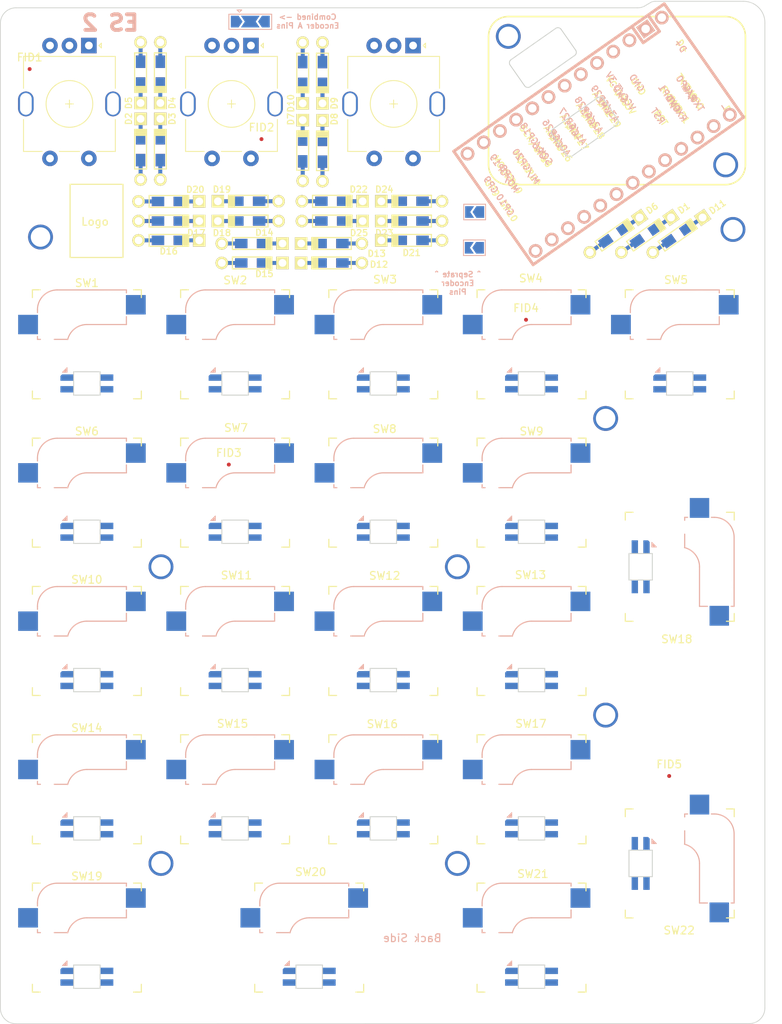
<source format=kicad_pcb>
(kicad_pcb (version 20211014) (generator pcbnew)
  (layers (0 "F.Cu" signal) (31 "B.Cu" signal) (34 "B.Paste" user) (35 "F.Paste" user) (36 "B.SilkS" user "B.Silkscreen") (37 "F.SilkS" user "F.Silkscreen") (38 "B.Mask" user) (39 "F.Mask" user) (44 "Edge.Cuts" user))
  (net 0 "")
  (net 1 "Net-(D1-Pad1)")
  (net 2 "Net-(D2-Pad1)")
  (net 3 "Net-(D3-Pad1)")
  (net 4 "Net-(D4-Pad1)")
  (net 5 "Net-(D5-Pad1)")
  (net 6 "Net-(D7-Pad1)")
  (net 7 "Net-(D8-Pad1)")
  (net 8 "Net-(D9-Pad1)")
  (net 9 "Net-(D12-Pad1)")
  (net 10 "Net-(D13-Pad1)")
  (net 11 "Net-(D14-Pad1)")
  (net 12 "Net-(D16-Pad1)")
  (net 13 "Net-(D17-Pad1)")
  (net 15 "Net-(D6-Pad1)")
  (net 16 "Net-(SW1-Pad22)")
  (net 17 "Net-(SW2-Pad22)")
  (net 18 "Net-(SW3-Pad22)")
  (net 19 "Net-(SW4-Pad22)")
  (net 20 "Net-(SW6-Pad22)")
  (net 21 "Net-(SW7-Pad22)")
  (net 22 "Net-(SW10-Pad24)")
  (net 23 "Net-(SW10-Pad22)")
  (net 24 "Net-(SW11-Pad22)")
  (net 25 "Net-(SW12-Pad22)")
  (net 26 "Net-(SW13-Pad22)")
  (net 27 "Net-(D11-Pad1)")
  (net 28 "Net-(D18-Pad1)")
  (net 29 "Net-(D19-Pad1)")
  (net 30 "Net-(D20-Pad1)")
  (net 31 "Net-(SW14-Pad22)")
  (net 32 "Net-(SW15-Pad22)")
  (net 33 "Net-(SW16-Pad22)")
  (net 34 "Net-(D10-Pad1)")
  (net 35 "Net-(SW5-Pad22)")
  (net 36 "Net-(SW8-Pad22)")
  (net 37 "Net-(D15-Pad1)")
  (net 38 "Net-(D22-Pad1)")
  (net 39 "Net-(D21-Pad1)")
  (net 40 "Net-(D23-Pad1)")
  (net 41 "Net-(D24-Pad1)")
  (net 42 "Net-(D25-Pad1)")
  (net 43 "Net-(SW17-Pad22)")
  (net 44 "Net-(SW18-Pad22)")
  (net 45 "Net-(SW19-Pad22)")
  (net 46 "Net-(SW20-Pad22)")
  (net 47 "Net-(SW21-Pad22)")
  (net 51 "/ENC1A(sharedInSclLedMode)")
  (net 52 "/ENC2A")
  (net 53 "/Row1")
  (net 54 "/Row2")
  (net 55 "/Row3")
  (net 56 "/Row4")
  (net 57 "/Row5")
  (net 58 "/ENC1B")
  (net 59 "GND")
  (net 60 "/ColE")
  (net 61 "/ENC2B")
  (net 62 "/ENC3B")
  (net 63 "/ColB")
  (net 64 "/ColA")
  (net 65 "+5V")
  (net 66 "/ledDriver")
  (net 67 "/ColC")
  (net 68 "/ColD")
  (net 70 "+3.3V")
  (net 71 "Net-(U1-Pad15)")
  (net 72 "Net-(U1-Pad16)")
  (net 73 "/ENC3A")
  (footprint "PeteCB:Diode-dual" (layer "F.Cu") (at 52.1 49.38 180)
    (fp_text reference "D19" (at 3.392 1.524) (layer "F.SilkS") (effects (font (size 0.8 0.8))))
    (fp_text value "DIODE" hide)
    (pad "1" smd rect (at -2.5 0 180) (size 2.9 0.5) (layers "F.Cu") (net 29 "Net-(D19-Pad1)"))
    (pad "1" smd rect (at -1.4 0 180) (size 1.6 1.2) (layers "B.Cu" "B.Paste" "B.Mask") (net 29 "Net-(D19-Pad1)"))
    (pad "1" thru_hole circle (at -3.9 0 180) (size 1.6 1.6) (drill 1) (layers *.Cu *.Mask "F.SilkS") (net 29 "Net-(D19-Pad1)"))
    (pad "1" smd rect (at -1.4 0 180) (size 1.6 1.2) (layers "F.Cu" "F.Paste" "F.Mask") (net 29 "Net-(D19-Pad1)"))
    (pad "1" smd rect (at -2.5 0 180) (size 2.9 0.5) (layers "B.Cu") (net 29 "Net-(D19-Pad1)"))
    (pad "2" smd rect (at 2.5 0 180) (size 2.9 0.5) (layers "B.Cu") (net 56 "/Row4"))
    (pad "2" smd rect (at 2.5 0 180) (size 2.9 0.5) (layers "F.Cu") (net 56 "/Row4"))
    (pad "2" thru_hole rect (at 3.9 0 180) (size 1.6 1.6) (drill 1) (layers *.Cu *.Mask "F.SilkS") (net 56 "/Row4"))
    (pad "2" smd rect (at 1.4 0 180) (size 1.6 1.2) (layers "B.Cu" "B.Paste" "B.Mask") (net 56 "/Row4"))
    (pad "2" smd rect (at 1.4 0 180) (size 1.6 1.2) (layers "F.Cu" "F.Paste" "F.Mask") (net 56 "/Row4"))
  )
  (footprint "PeteCB:Diode-dual" (layer "F.Cu") (at 59.1 42.856 90)
    (fp_text reference "D7" (at 4.024 -1.524 90) (layer "F.SilkS") (effects (font (size 0.8 0.8))))
    (fp_text value "DIODE" hide)
    (pad "1" thru_hole circle (at -3.9 0 90) (size 1.6 1.6) (drill 1) (layers *.Cu *.Mask "F.SilkS") (net 6 "Net-(D7-Pad1)"))
    (pad "1" smd rect (at -1.4 0 90) (size 1.6 1.2) (layers "B.Cu" "B.Paste" "B.Mask") (net 6 "Net-(D7-Pad1)"))
    (pad "1" smd rect (at -2.5 0 90) (size 2.9 0.5) (layers "B.Cu") (net 6 "Net-(D7-Pad1)"))
    (pad "1" smd rect (at -2.5 0 90) (size 2.9 0.5) (layers "F.Cu") (net 6 "Net-(D7-Pad1)"))
    (pad "1" smd rect (at -1.4 0 90) (size 1.6 1.2) (layers "F.Cu" "F.Paste" "F.Mask") (net 6 "Net-(D7-Pad1)"))
    (pad "2" smd rect (at 1.4 0 90) (size 1.6 1.2) (layers "F.Cu" "F.Paste" "F.Mask") (net 54 "/Row2"))
    (pad "2" smd rect (at 1.4 0 90) (size 1.6 1.2) (layers "B.Cu" "B.Paste" "B.Mask") (net 54 "/Row2"))
    (pad "2" smd rect (at 2.5 0 90) (size 2.9 0.5) (layers "F.Cu") (net 54 "/Row2"))
    (pad "2" thru_hole rect (at 3.9 0 90) (size 1.6 1.6) (drill 1) (layers *.Cu *.Mask "F.SilkS") (net 54 "/Row2"))
    (pad "2" smd rect (at 2.5 0 90) (size 2.9 0.5) (layers "B.Cu") (net 54 "/Row2"))
  )
  (footprint "Fiducial:Fiducial_0.5mm_Mask1mm" (layer "F.Cu") (at 106.2 123.2)
    (fp_text reference "FID5" (at 0 -1.5) (layer "F.SilkS"))
    (fp_text value "Fiducial")
    (pad "" smd circle (at 0 0) (size 0.5 0.5) (layers "F.Cu" "F.Mask") (clearance 0.25))
  )
  (footprint "PeteCB:Diode-dual" (layer "F.Cu") (at 61.64 42.896 90)
    (fp_text reference "D8" (at 4.064 1.524 90) (layer "F.SilkS") (effects (font (size 0.8 0.8))))
    (fp_text value "DIODE" hide)
    (pad "1" smd rect (at -2.5 0 90) (size 2.9 0.5) (layers "F.Cu") (net 7 "Net-(D8-Pad1)"))
    (pad "1" smd rect (at -2.5 0 90) (size 2.9 0.5) (layers "B.Cu") (net 7 "Net-(D8-Pad1)"))
    (pad "1" smd rect (at -1.4 0 90) (size 1.6 1.2) (layers "F.Cu" "F.Paste" "F.Mask") (net 7 "Net-(D8-Pad1)"))
    (pad "1" thru_hole circle (at -3.9 0 90) (size 1.6 1.6) (drill 1) (layers *.Cu *.Mask "F.SilkS") (net 7 "Net-(D8-Pad1)"))
    (pad "1" smd rect (at -1.4 0 90) (size 1.6 1.2) (layers "B.Cu" "B.Paste" "B.Mask") (net 7 "Net-(D8-Pad1)"))
    (pad "2" thru_hole rect (at 3.9 0 90) (size 1.6 1.6) (drill 1) (layers *.Cu *.Mask "F.SilkS") (net 54 "/Row2"))
    (pad "2" smd rect (at 1.4 0 90) (size 1.6 1.2) (layers "B.Cu" "B.Paste" "B.Mask") (net 54 "/Row2"))
    (pad "2" smd rect (at 2.5 0 90) (size 2.9 0.5) (layers "B.Cu") (net 54 "/Row2"))
    (pad "2" smd rect (at 2.5 0 90) (size 2.9 0.5) (layers "F.Cu") (net 54 "/Row2"))
    (pad "2" smd rect (at 1.4 0 90) (size 1.6 1.2) (layers "F.Cu" "F.Paste" "F.Mask") (net 54 "/Row2"))
  )
  (footprint "PeteCB:Diode-dual" (layer "F.Cu") (at 62.8 57.3 180)
    (fp_text reference "D12" (at -6.1 -0.2) (layer "F.SilkS") (effects (font (size 0.8 0.8))))
    (fp_text value "DIODE" hide)
    (pad "1" smd rect (at -2.5 0 180) (size 2.9 0.5) (layers "F.Cu") (net 9 "Net-(D12-Pad1)"))
    (pad "1" smd rect (at -1.4 0 180) (size 1.6 1.2) (layers "B.Cu" "B.Paste" "B.Mask") (net 9 "Net-(D12-Pad1)"))
    (pad "1" smd rect (at -1.4 0 180) (size 1.6 1.2) (layers "F.Cu" "F.Paste" "F.Mask") (net 9 "Net-(D12-Pad1)"))
    (pad "1" thru_hole circle (at -3.9 0 180) (size 1.6 1.6) (drill 1) (layers *.Cu *.Mask "F.SilkS") (net 9 "Net-(D12-Pad1)"))
    (pad "1" smd rect (at -2.5 0 180) (size 2.9 0.5) (layers "B.Cu") (net 9 "Net-(D12-Pad1)"))
    (pad "2" smd rect (at 2.5 0 180) (size 2.9 0.5) (layers "B.Cu") (net 55 "/Row3"))
    (pad "2" smd rect (at 2.5 0 180) (size 2.9 0.5) (layers "F.Cu") (net 55 "/Row3"))
    (pad "2" thru_hole rect (at 3.9 0 180) (size 1.6 1.6) (drill 1) (layers *.Cu *.Mask "F.SilkS") (net 55 "/Row3"))
    (pad "2" smd rect (at 1.4 0 180) (size 1.6 1.2) (layers "F.Cu" "F.Paste" "F.Mask") (net 55 "/Row3"))
    (pad "2" smd rect (at 1.4 0 180) (size 1.6 1.2) (layers "B.Cu" "B.Paste" "B.Mask") (net 55 "/Row3"))
  )
  (footprint "PeteCB:Diode-dual" (layer "F.Cu") (at 41.9 51.92)
    (fp_text reference "D17" (at 3.516 1.524) (layer "F.SilkS") (effects (font (size 0.8 0.8))))
    (fp_text value "DIODE" hide)
    (pad "1" smd rect (at -1.4 0) (size 1.6 1.2) (layers "F.Cu" "F.Paste" "F.Mask") (net 13 "Net-(D17-Pad1)"))
    (pad "1" thru_hole circle (at -3.9 0) (size 1.6 1.6) (drill 1) (layers *.Cu *.Mask "F.SilkS") (net 13 "Net-(D17-Pad1)"))
    (pad "1" smd rect (at -2.5 0) (size 2.9 0.5) (layers "B.Cu") (net 13 "Net-(D17-Pad1)"))
    (pad "1" smd rect (at -1.4 0) (size 1.6 1.2) (layers "B.Cu" "B.Paste" "B.Mask") (net 13 "Net-(D17-Pad1)"))
    (pad "1" smd rect (at -2.5 0) (size 2.9 0.5) (layers "F.Cu") (net 13 "Net-(D17-Pad1)"))
    (pad "2" smd rect (at 2.5 0) (size 2.9 0.5) (layers "F.Cu") (net 56 "/Row4"))
    (pad "2" smd rect (at 1.4 0) (size 1.6 1.2) (layers "B.Cu" "B.Paste" "B.Mask") (net 56 "/Row4"))
    (pad "2" smd rect (at 2.5 0) (size 2.9 0.5) (layers "B.Cu") (net 56 "/Row4"))
    (pad "2" smd rect (at 1.4 0) (size 1.6 1.2) (layers "F.Cu" "F.Paste" "F.Mask") (net 56 "/Row4"))
    (pad "2" thru_hole rect (at 3.9 0) (size 1.6 1.6) (drill 1) (layers *.Cu *.Mask "F.SilkS") (net 56 "/Row4"))
  )
  (footprint "Fiducial:Fiducial_0.5mm_Mask1mm" (layer "F.Cu") (at 49.6 83.2)
    (fp_text reference "FID3" (at 0 -1.5) (layer "F.SilkS"))
    (fp_text value "Fiducial")
    (pad "" smd circle (at 0 0) (size 0.5 0.5) (layers "F.Cu" "F.Mask") (clearance 0.25))
  )
  (footprint "PeteCB:SW_Cherry_MX_1.00u_PCB_WITH_SK6812MINI-E" (layer "F.Cu") (at 40.8827 134.4281)
    (fp_text reference "SW19" (at -9.525 1.651) (layer "F.SilkS"))
    (fp_text value "SW_Push")
    (fp_line (start -7.825 16.05) (end -11.225 16.05) (layer "Edge.Cuts") (width 0.12))
    (fp_line (start -11.225 13.05) (end -11.225 16.05) (layer "Edge.Cuts") (width 0.12))
    (fp_line (start -7.825 16.05) (end -7.825 13.05) (layer "Edge.Cuts") (width 0.12))
    (fp_line (start -11.225 13.05) (end -7.825 13.05) (layer "Edge.Cuts") (width 0.12))
    (pad "" np_thru_hole circle (at -6.985 4.445) (size 3 3) (drill 3) (layers *.Cu *.Mask))
    (pad "" np_thru_hole circle (at -14.605 9.525) (size 1.7018 1.7018) (drill 1.7018) (layers *.Cu *.Mask))
    (pad "" np_thru_hole circle (at -13.335 6.985) (size 3 3) (drill 3) (layers *.Cu *.Mask))
    (pad "" np_thru_hole circle (at -9.525 9.525) (size 3.9878 3.9878) (drill 3.9878) (layers *.Cu *.Mask))
    (pad "" np_thru_hole circle (at -4.445 9.525) (size 1.7018 1.7018) (drill 1.7018) (layers *.Cu *.Mask))
    (pad "11" smd rect (at -3.235 4.445) (size 2.55 2.5) (layers "B.Cu" "B.Paste" "B.Mask") (net 64 "/ColA"))
    (pad "12" smd rect (at -17.085 6.985) (size 2.55 2.5) (layers "B.Cu" "B.Paste" "B.Mask") (net 39 "Net-(D21-Pad1)"))
    (pad "21" smd rect (at -6.975 15.3 180) (size 1.7 0.82) (layers "B.Cu" "B.Paste" "B.Mask") (net 65 "+5V"))
    (pad "22" smd rect (at -6.975 13.8 180) (size 1.7 0.82) (layers "B.Cu" "B.Paste" "B.Mask") (net 45 "Net-(SW19-Pad22)"))
    (pad "23" smd roundrect (at -12.075 13.8 180) (size 1.7 0.82) (layers "B.Cu" "B.Paste" "B.Mask") (roundrect_rratio 0) (chamfer_ratio 0.25) (chamfer bottom_right) (net 59 "GND"))
    (pad "24" smd rect (at -12.075 15.3 180) (size 1.7 0.82) (layers "B.Cu" "B.Paste" "B.Mask") (net 44 "Net-(SW18-Pad22)"))
  )
  (footprint "PeteCB:SW_Cherry_MX_1.00u_PCB_WITH_SK6812MINI-E" (layer "F.Cu") (at 98.0327 134.4281)
    (fp_text reference "SW21" (at -9.35 1.35) (layer "F.SilkS"))
    (fp_text value "SW_Push")
    (fp_line (start -7.825 16.05) (end -11.225 16.05) (layer "Edge.Cuts") (width 0.12))
    (fp_line (start -7.825 16.05) (end -7.825 13.05) (layer "Edge.Cuts") (width 0.12))
    (fp_line (start -11.225 13.05) (end -7.825 13.05) (layer "Edge.Cuts") (width 0.12))
    (fp_line (start -11.225 13.05) (end -11.225 16.05) (layer "Edge.Cuts") (width 0.12))
    (pad "" np_thru_hole circle (at -9.525 9.525) (size 3.9878 3.9878) (drill 3.9878) (layers *.Cu *.Mask))
    (pad "" np_thru_hole circle (at -14.605 9.525) (size 1.7018 1.7018) (drill 1.7018) (layers *.Cu *.Mask))
    (pad "" np_thru_hole circle (at -6.985 4.445) (size 3 3) (drill 3) (layers *.Cu *.Mask))
    (pad "" np_thru_hole circle (at -13.335 6.985) (size 3 3) (drill 3) (layers *.Cu *.Mask))
    (pad "" np_thru_hole circle (at -4.445 9.525) (size 1.7018 1.7018) (drill 1.7018) (layers *.Cu *.Mask))
    (pad "11" smd rect (at -3.235 4.445) (size 2.55 2.5) (layers "B.Cu" "B.Paste" "B.Mask") (net 68 "/ColD"))
    (pad "12" smd rect (at -17.085 6.985) (size 2.55 2.5) (layers "B.Cu" "B.Paste" "B.Mask") (net 41 "Net-(D24-Pad1)"))
    (pad "21" smd rect (at -6.975 15.3 180) (size 1.7 0.82) (layers "B.Cu" "B.Paste" "B.Mask") (net 65 "+5V"))
    (pad "22" smd rect (at -6.975 13.8 180) (size 1.7 0.82) (layers "B.Cu" "B.Paste" "B.Mask") (net 47 "Net-(SW21-Pad22)"))
    (pad "23" smd roundrect (at -12.075 13.8 180) (size 1.7 0.82) (layers "B.Cu" "B.Paste" "B.Mask") (roundrect_rratio 0) (chamfer_ratio 0.25) (chamfer bottom_right) (net 59 "GND"))
    (pad "24" smd rect (at -12.075 15.3 180) (size 1.7 0.82) (layers "B.Cu" "B.Paste" "B.Mask") (net 46 "Net-(SW20-Pad22)"))
  )
  (footprint "PeteCB:0.91in 128x32 I2C STEMMA QT standoff only with cutout" (layer "F.Cu") (at 99.4927 36.45)
    (fp_text reference "H1" hide)
    (fp_text value "MountingHole")
    (fp_line (start -11.176 -1.778) (end -5.441935 -5.793035) (layer "Edge.Cuts") (width 0.12))
    (fp_line (start -7.183271 -9.151644) (end -5.319147 -6.489399) (layer "Edge.Cuts") (width 0.12))
    (fp_line (start -11.872364 -1.900787) (end -13.736488 -4.563031) (layer "Edge.Cuts") (width 0.12))
    (fp_line (start -2.474609 -0.378067) (end -8.208674 3.636968) (layer "Edge.Cuts") (width 0.12))
    (fp_line (start -7.879635 -9.274431) (end -13.6137 -5.259396) (layer "Edge.Cuts") (width 0.12))
    (fp_line (start -6.467338 6.995577) (end -8.331462 4.333333) (layer "Edge.Cuts") (width 0.12))
    (fp_line (start -5.770974 7.118365) (end -0.036909 3.10333) (layer "Edge.Cuts") (width 0.12))
    (fp_line (start -1.778245 -0.25528) (end 0.085879 2.406965) (layer "Edge.Cuts") (width 0.12))
    (fp_arc (start -7.879635 -9.274431) (mid -7.506023 -9.357257) (end -7.183271 -9.151644) (layer "Edge.Cuts") (width 0.12))
    (fp_arc (start -11.176 -1.778) (mid -11.549614 -1.695163) (end -11.872364 -1.900787) (layer "Edge.Cuts") (width 0.12))
    (fp_arc (start -8.331462 4.333333) (mid -8.414291 3.95972) (end -8.208674 3.636968) (layer "Edge.Cuts") (width 0.12))
    (fp_arc (start -13.736488 -4.563031) (mid -13.819323 -4.936645) (end -13.6137 -5.259396) (layer "Edge.Cuts") (width 0.12))
    (fp_arc (start 0.085879 2.406965) (mid 0.168706 2.780578) (end -0.036909 3.10333) (layer "Edge.Cuts") (width 0.12))
    (fp_arc (start -5.770974 7.118365) (mid -6.144586 7.201192) (end -6.467338 6.995577) (layer "Edge.Cuts") (width 0.12))
    (fp_arc (start -5.319147 -6.489399) (mid -5.236319 -6.115787) (end -5.441935 -5.793035) (layer "Edge.Cuts") (width 0.12))
    (fp_arc (start -2.474609 -0.378067) (mid -2.100997 -0.460894) (end -1.778245 -0.25528) (layer "Edge.Cuts") (width 0.12))
    (pad "P$1" thru_hole circle (at 13.97 8.255 180) (size 3.2 3.2) (drill 2.5) (layers *.Cu *.Mask))
    (pad "P$1" thru_hole circle (at -13.97 -8.255 180) (size 3.2 3.2) (drill 2.5) (layers *.Cu *.Mask))
  )
  (footprint "PeteCB:Diode-dual" (layer "F.Cu") (at 38.26 42.692 90)
    (fp_text reference "D2" (at 3.9 -1.524 90) (layer "F.SilkS") (effects (font (size 0.8 0.8))))
    (fp_text value "DIODE" hide)
    (pad "1" smd rect (at -2.5 0 90) (size 2.9 0.5) (layers "B.Cu") (net 2 "Net-(D2-Pad1)"))
    (pad "1" thru_hole circle (at -3.9 0 90) (size 1.6 1.6) (drill 1) (layers *.Cu *.Mask "F.SilkS") (net 2 "Net-(D2-Pad1)"))
    (pad "1" smd rect (at -2.5 0 90) (size 2.9 0.5) (layers "F.Cu") (net 2 "Net-(D2-Pad1)"))
    (pad "1" smd rect (at -1.4 0 90) (size 1.6 1.2) (layers "F.Cu" "F.Paste" "F.Mask") (net 2 "Net-(D2-Pad1)"))
    (pad "1" smd rect (at -1.4 0 90) (size 1.6 1.2) (layers "B.Cu" "B.Paste" "B.Mask") (net 2 "Net-(D2-Pad1)"))
    (pad "2" smd rect (at 2.5 0 90) (size 2.9 0.5) (layers "B.Cu") (net 53 "/Row1"))
    (pad "2" smd rect (at 2.5 0 90) (size 2.9 0.5) (layers "F.Cu") (net 53 "/Row1"))
    (pad "2" smd rect (at 1.4 0 90) (size 1.6 1.2) (layers "B.Cu" "B.Paste" "B.Mask") (net 53 "/Row1"))
    (pad "2" smd rect (at 1.4 0 90) (size 1.6 1.2) (layers "F.Cu" "F.Paste" "F.Mask") (net 53 "/Row1"))
    (pad "2" thru_hole rect (at 3.9 0 90) (size 1.6 1.6) (drill 1) (layers *.Cu *.Mask "F.SilkS") (net 53 "/Row1"))
  )
  (footprint "PeteCB:m2.5 hole" (layer "F.Cu") (at 25.4 53.975)
    (fp_text reference "H2" hide)
    (fp_text value "MountingHole")
    (pad "P0" thru_hole circle (at 0 0 180) (size 3.2 3.2) (drill 2.5) (layers *.Cu *.Mask))
  )
  (footprint "PeteCB:Diode-dual" (layer "F.Cu") (at 62.9 49.38)
    (fp_text reference "D22" (at 3.392 -1.524) (layer "F.SilkS") (effects (font (size 0.8 0.8))))
    (fp_text value "DIODE" hide)
    (pad "1" smd rect (at -1.4 0) (size 1.6 1.2) (layers "B.Cu" "B.Paste" "B.Mask") (net 38 "Net-(D22-Pad1)"))
    (pad "1" smd rect (at -2.5 0) (size 2.9 0.5) (layers "B.Cu") (net 38 "Net-(D22-Pad1)"))
    (pad "1" smd rect (at -2.5 0) (size 2.9 0.5) (layers "F.Cu") (net 38 "Net-(D22-Pad1)"))
    (pad "1" smd rect (at -1.4 0) (size 1.6 1.2) (layers "F.Cu" "F.Paste" "F.Mask") (net 38 "Net-(D22-Pad1)"))
    (pad "1" thru_hole circle (at -3.9 0) (size 1.6 1.6) (drill 1) (layers *.Cu *.Mask "F.SilkS") (net 38 "Net-(D22-Pad1)"))
    (pad "2" smd rect (at 1.4 0) (size 1.6 1.2) (layers "B.Cu" "B.Paste" "B.Mask") (net 57 "/Row5"))
    (pad "2" smd rect (at 2.5 0) (size 2.9 0.5) (layers "F.Cu") (net 57 "/Row5"))
    (pad "2" thru_hole rect (at 3.9 0) (size 1.6 1.6) (drill 1) (layers *.Cu *.Mask "F.SilkS") (net 57 "/Row5"))
    (pad "2" smd rect (at 2.5 0) (size 2.9 0.5) (layers "B.Cu") (net 57 "/Row5"))
    (pad "2" smd rect (at 1.4 0) (size 1.6 1.2) (layers "F.Cu" "F.Paste" "F.Mask") (net 57 "/Row5"))
  )
  (footprint "PeteCB:SW_Cherry_MX_2.00u_PCB_WITH_SK6812MINI-E" (layer "F.Cu") (at 78.9827 134.4281)
    (fp_text reference "SW20" (at -18.85 1.1) (layer "F.SilkS"))
    (fp_text value "SW_Push")
    (fp_line (start -17.35 16.05) (end -20.75 16.05) (layer "Edge.Cuts") (width 0.12))
    (fp_line (start -20.75 13.05) (end -20.75 16.05) (layer "Edge.Cuts") (width 0.12))
    (fp_line (start -20.75 13.05) (end -17.35 13.05) (layer "Edge.Cuts") (width 0.12))
    (fp_line (start -17.35 16.05) (end -17.35 13.05) (layer "Edge.Cuts") (width 0.12))
    (pad "" np_thru_hole circle (at -22.86 6.985) (size 3 3) (drill 3) (layers *.Cu *.Mask))
    (pad "" np_thru_hole circle (at -7.15 17.765) (size 4 4) (drill 4) (layers *.Cu *.Mask))
    (pad "" np_thru_hole circle (at -19.05 9.525) (size 3.9878 3.9878) (drill 3.9878) (layers *.Cu *.Mask))
    (pad "" np_thru_hole circle (at -16.51 4.445) (size 3 3) (drill 3) (layers *.Cu *.Mask))
    (pad "" np_thru_hole circle (at -7.15 2.525) (size 3.05 3.05) (drill 3.05) (layers *.Cu *.Mask))
    (pad "" np_thru_hole circle (at -24.13 9.525) (size 1.7018 1.7018) (drill 1.7018) (layers *.Cu *.Mask))
    (pad "" np_thru_hole circle (at -30.95 2.525) (size 3.05 3.05) (drill 3.05) (layers *.Cu *.Mask))
    (pad "" np_thru_hole circle (at -13.97 9.525) (size 1.7018 1.7018) (drill 1.7018) (layers *.Cu *.Mask))
    (pad "" np_thru_hole circle (at -30.95 17.765) (size 4 4) (drill 4) (layers *.Cu *.Mask))
    (pad "11" smd rect (at -12.76 4.445) (size 2.55 2.5) (layers "B.Cu" "B.Paste" "B.Mask") (net 67 "/ColC"))
    (pad "12" smd rect (at -26.61 6.985) (size 2.55 2.5) (layers "B.Cu" "B.Paste" "B.Mask") (net 40 "Net-(D23-Pad1)"))
    (pad "21" smd rect (at -16.5 15.3 180) (size 1.7 0.82) (layers "B.Cu" "B.Paste" "B.Mask") (net 65 "+5V"))
    (pad "22" smd rect (at -16.5 13.8 180) (size 1.7 0.82) (layers "B.Cu" "B.Paste" "B.Mask") (net 46 "Net-(SW20-Pad22)"))
    (pad "23" smd roundrect (at -21.6 13.8 180) (size 1.7 0.82) (layers "B.Cu" "B.Paste" "B.Mask") (roundrect_rratio 0) (chamfer_ratio 0.25) (chamfer bottom_right) (net 59 "GND"))
    (pad "24" smd rect (at -21.6 15.3 180) (size 1.7 0.82) (layers "B.Cu" "B.Paste" "B.Mask") (net 45 "Net-(SW19-Pad22)"))
  )
  (footprint "PeteCB:Diode-dual" (layer "F.Cu") (at 52.6 57.3)
    (fp_text reference "D15" (at 1.57 1.4) (layer "F.SilkS") (effects (font (size 0.8 0.8))))
    (fp_text value "DIODE" hide)
    (pad "1" smd rect (at -1.4 0) (size 1.6 1.2) (layers "F.Cu" "F.Paste" "F.Mask") (net 37 "Net-(D15-Pad1)"))
    (pad "1" smd rect (at -2.5 0) (size 2.9 0.5) (layers "B.Cu") (net 37 "Net-(D15-Pad1)"))
    (pad "1" thru_hole circle (at -3.9 0) (size 1.6 1.6) (drill 1) (layers *.Cu *.Mask "F.SilkS") (net 37 "Net-(D15-Pad1)"))
    (pad "1" smd rect (at -1.4 0) (size 1.6 1.2) (layers "B.Cu" "B.Paste" "B.Mask") (net 37 "Net-(D15-Pad1)"))
    (pad "1" smd rect (at -2.5 0) (size 2.9 0.5) (layers "F.Cu") (net 37 "Net-(D15-Pad1)"))
    (pad "2" thru_hole rect (at 3.9 0) (size 1.6 1.6) (drill 1) (layers *.Cu *.Mask "F.SilkS") (net 55 "/Row3"))
    (pad "2" smd rect (at 2.5 0) (size 2.9 0.5) (layers "B.Cu") (net 55 "/Row3"))
    (pad "2" smd rect (at 1.4 0) (size 1.6 1.2) (layers "F.Cu" "F.Paste" "F.Mask") (net 55 "/Row3"))
    (pad "2" smd rect (at 1.4 0) (size 1.6 1.2) (layers "B.Cu" "B.Paste" "B.Mask") (net 55 "/Row3"))
    (pad "2" smd rect (at 2.5 0) (size 2.9 0.5) (layers "F.Cu") (net 55 "/Row3"))
  )
  (footprint "PeteCB:SW_Cherry_MX_1.00u_PCB_WITH_SK6812MINI-E" (layer "F.Cu") (at 40.8827 115.3781)
    (fp_text reference "SW14" (at -9.525 1.651) (layer "F.SilkS"))
    (fp_text value "SW_Push")
    (fp_line (start -7.825 16.05) (end -7.825 13.05) (layer "Edge.Cuts") (width 0.12))
    (fp_line (start -7.825 16.05) (end -11.225 16.05) (layer "Edge.Cuts") (width 0.12))
    (fp_line (start -11.225 13.05) (end -11.225 16.05) (layer "Edge.Cuts") (width 0.12))
    (fp_line (start -11.225 13.05) (end -7.825 13.05) (layer "Edge.Cuts") (width 0.12))
    (pad "" np_thru_hole circle (at -14.605 9.525) (size 1.7018 1.7018) (drill 1.7018) (layers *.Cu *.Mask))
    (pad "" np_thru_hole circle (at -4.445 9.525) (size 1.7018 1.7018) (drill 1.7018) (layers *.Cu *.Mask))
    (pad "" np_thru_hole circle (at -6.985 4.445) (size 3 3) (drill 3) (layers *.Cu *.Mask))
    (pad "" np_thru_hole circle (at -13.335 6.985) (size 3 3) (drill 3) (layers *.Cu *.Mask))
    (pad "" np_thru_hole circle (at -9.525 9.525) (size 3.9878 3.9878) (drill 3.9878) (layers *.Cu *.Mask))
    (pad "11" smd rect (at -3.235 4.445) (size 2.55 2.5) (layers "B.Cu" "B.Paste" "B.Mask") (net 64 "/ColA"))
    (pad "12" smd rect (at -17.085 6.985) (size 2.55 2.5) (layers "B.Cu" "B.Paste" "B.Mask") (net 12 "Net-(D16-Pad1)"))
    (pad "21" smd rect (at -6.975 15.3 180) (size 1.7 0.82) (layers "B.Cu" "B.Paste" "B.Mask") (net 65 "+5V"))
    (pad "22" smd rect (at -6.975 13.8 180) (size 1.7 0.82) (layers "B.Cu" "B.Paste" "B.Mask") (net 31 "Net-(SW14-Pad22)"))
    (pad "23" smd roundrect (at -12.075 13.8 180) (size 1.7 0.82) (layers "B.Cu" "B.Paste" "B.Mask") (roundrect_rratio 0) (chamfer_ratio 0.25) (chamfer bottom_right) (net 59 "GND"))
    (pad "24" smd rect (at -12.075 15.3 180) (size 1.7 0.82) (layers "B.Cu" "B.Paste" "B.Mask") (net 26 "Net-(SW13-Pad22)"))
  )
  (footprint "Fiducial:Fiducial_0.5mm_Mask1mm" (layer "F.Cu") (at 53.8 41.4)
    (fp_text reference "FID2" (at 0 -1.5) (layer "F.SilkS"))
    (fp_text value "Fiducial")
    (pad "" smd circle (at 0 0) (size 0.5 0.5) (layers "F.Cu" "F.Mask") (clearance 0.25))
  )
  (footprint "PeteCB:SW_Cherry_MX_1.00u_PCB_WITH_SK6812MINI-E" (layer "F.Cu") (at 98.0327 77.2781)
    (fp_text reference "SW9" (at -9.525 1.651) (layer "F.SilkS"))
    (fp_text value "SW_Push")
    (fp_line (start -11.225 13.05) (end -7.825 13.05) (layer "Edge.Cuts") (width 0.12))
    (fp_line (start -7.825 16.05) (end -7.825 13.05) (layer "Edge.Cuts") (width 0.12))
    (fp_line (start -7.825 16.05) (end -11.225 16.05) (layer "Edge.Cuts") (width 0.12))
    (fp_line (start -11.225 13.05) (end -11.225 16.05) (layer "Edge.Cuts") (width 0.12))
    (pad "" np_thru_hole circle (at -9.525 9.525) (size 3.9878 3.9878) (drill 3.9878) (layers *.Cu *.Mask))
    (pad "" np_thru_hole circle (at -13.335 6.985) (size 3 3) (drill 3) (layers *.Cu *.Mask))
    (pad "" np_thru_hole circle (at -6.985 4.445) (size 3 3) (drill 3) (layers *.Cu *.Mask))
    (pad "" np_thru_hole circle (at -4.445 9.525) (size 1.7018 1.7018) (drill 1.7018) (layers *.Cu *.Mask))
    (pad "" np_thru_hole circle (at -14.605 9.525) (size 1.7018 1.7018) (drill 1.7018) (layers *.Cu *.Mask))
    (pad "11" smd rect (at -3.235 4.445) (size 2.55 2.5) (layers "B.Cu" "B.Paste" "B.Mask") (net 68 "/ColD"))
    (pad "12" smd rect (at -17.085 6.985) (size 2.55 2.5) (layers "B.Cu" "B.Paste" "B.Mask") (net 8 "Net-(D9-Pad1)"))
    (pad "21" smd rect (at -6.975 15.3 180) (size 1.7 0.82) (layers "B.Cu" "B.Paste" "B.Mask") (net 65 "+5V"))
    (pad "22" smd rect (at -6.975 13.8 180) (size 1.7 0.82) (layers "B.Cu" "B.Paste" "B.Mask") (net 22 "Net-(SW10-Pad24)"))
    (pad "23" smd roundrect (at -12.075 13.8 180) (size 1.7 0.82) (layers "B.Cu" "B.Paste" "B.Mask") (roundrect_rratio 0) (chamfer_ratio 0.25) (chamfer bottom_right) (net 59 "GND"))
    (pad "24" smd rect (at -12.075 15.3 180) (size 1.7 0.82) (layers "B.Cu" "B.Paste" "B.Mask") (net 36 "Net-(SW8-Pad22)"))
  )
  (footprint "PeteCB:SW_Cherry_MX_1.00u_PCB_WITH_SK6812MINI-E" (layer "F.Cu") (at 98.0327 115.3781)
    (fp_text reference "SW17" (at -9.6 1.1) (layer "F.SilkS"))
    (fp_text value "SW_Push")
    (fp_line (start -7.825 16.05) (end -7.825 13.05) (layer "Edge.Cuts") (width 0.12))
    (fp_line (start -11.225 13.05) (end -7.825 13.05) (layer "Edge.Cuts") (width 0.12))
    (fp_line (start -11.225 13.05) (end -11.225 16.05) (layer "Edge.Cuts") (width 0.12))
    (fp_line (start -7.825 16.05) (end -11.225 16.05) (layer "Edge.Cuts") (width 0.12))
    (pad "" np_thru_hole circle (at -13.335 6.985) (size 3 3) (drill 3) (layers *.Cu *.Mask))
    (pad "" np_thru_hole circle (at -9.525 9.525) (size 3.9878 3.9878) (drill 3.9878) (layers *.Cu *.Mask))
    (pad "" np_thru_hole circle (at -14.605 9.525) (size 1.7018 1.7018) (drill 1.7018) (layers *.Cu *.Mask))
    (pad "" np_thru_hole circle (at -4.445 9.525) (size 1.7018 1.7018) (drill 1.7018) (layers *.Cu *.Mask))
    (pad "" np_thru_hole circle (at -6.985 4.445) (size 3 3) (drill 3) (layers *.Cu *.Mask))
    (pad "11" smd rect (at -3.235 4.445) (size 2.55 2.5) (layers "B.Cu" "B.Paste" "B.Mask") (net 68 "/ColD"))
    (pad "12" smd rect (at -17.085 6.985) (size 2.55 2.5) (layers "B.Cu" "B.Paste" "B.Mask") (net 29 "Net-(D19-Pad1)"))
    (pad "21" smd rect (at -6.975 15.3 180) (size 1.7 0.82) (layers "B.Cu" "B.Paste" "B.Mask") (net 65 "+5V"))
    (pad "22" smd rect (at -6.975 13.8 180) (size 1.7 0.82) (layers "B.Cu" "B.Paste" "B.Mask") (net 43 "Net-(SW17-Pad22)"))
    (pad "23" smd roundrect (at -12.075 13.8 180) (size 1.7 0.82) (layers "B.Cu" "B.Paste" "B.Mask") (roundrect_rratio 0) (chamfer_ratio 0.25) (chamfer bottom_right) (net 59 "GND"))
    (pad "24" smd rect (at -12.075 15.3 180) (size 1.7 0.82) (layers "B.Cu" "B.Paste" "B.Mask") (net 33 "Net-(SW16-Pad22)"))
  )
  (footprint "PeteCB:Diode-dual" (layer "F.Cu") (at 59.1 32.9 -90)
    (fp_text reference "D10" (at 3.9 1.524 90) (layer "F.SilkS") (effects (font (size 0.8 0.8))))
    (fp_text value "DIODE" hide)
    (pad "1" smd rect (at -2.5 0 270) (size 2.9 0.5) (layers "F.Cu") (net 34 "Net-(D10-Pad1)"))
    (pad "1" smd rect (at -1.4 0 270) (size 1.6 1.2) (layers "F.Cu" "F.Paste" "F.Mask") (net 34 "Net-(D10-Pad1)"))
    (pad "1" smd rect (at -1.4 0 270) (size 1.6 1.2) (layers "B.Cu" "B.Paste" "B.Mask") (net 34 "Net-(D10-Pad1)"))
    (pad "1" smd rect (at -2.5 0 270) (size 2.9 0.5) (layers "B.Cu") (net 34 "Net-(D10-Pad1)"))
    (pad "1" thru_hole circle (at -3.9 0 270) (size 1.6 1.6) (drill 1) (layers *.Cu *.Mask "F.SilkS") (net 34 "Net-(D10-Pad1)"))
    (pad "2" smd rect (at 2.5 0 270) (size 2.9 0.5) (layers "F.Cu") (net 54 "/Row2"))
    (pad "2" smd rect (at 1.4 0 270) (size 1.6 1.2) (layers "B.Cu" "B.Paste" "B.Mask") (net 54 "/Row2"))
    (pad "2" smd rect (at 1.4 0 270) (size 1.6 1.2) (layers "F.Cu" "F.Paste" "F.Mask") (net 54 "/Row2"))
    (pad "2" smd rect (at 2.5 0 270) (size 2.9 0.5) (layers "B.Cu") (net 54 "/Row2"))
    (pad "2" thru_hole rect (at 3.9 0 270) (size 1.6 1.6) (drill 1) (layers *.Cu *.Mask "F.SilkS") (net 54 "/Row2"))
  )
  (footprint "PeteCB:m2.5 hole" (layer "F.Cu") (at 98.0327 77.2781)
    (fp_text reference "H4" hide)
    (fp_text value "MountingHole")
    (pad "P0" thru_hole circle (at 0 0 180) (size 3.2 3.2) (drill 2.5) (layers *.Cu *.Mask))
  )
  (footprint "PeteCB:Diode-dual" (layer "F.Cu") (at 52.6 54.8)
    (fp_text reference "D14" (at 1.57 -1.41) (layer "F.SilkS") (effects (font (size 0.8 0.8))))
    (fp_text value "DIODE" hide)
    (pad "1" thru_hole circle (at -3.9 0) (size 1.6 1.6) (drill 1) (layers *.Cu *.Mask "F.SilkS") (net 11 "Net-(D14-Pad1)"))
    (pad "1" smd rect (at -2.5 0) (size 2.9 0.5) (layers "F.Cu") (net 11 "Net-(D14-Pad1)"))
    (pad "1" smd rect (at -1.4 0) (size 1.6 1.2) (layers "B.Cu" "B.Paste" "B.Mask") (net 11 "Net-(D14-Pad1)"))
    (pad "1" smd rect (at -2.5 0) (size 2.9 0.5) (layers "B.Cu") (net 11 "Net-(D14-Pad1)"))
    (pad "1" smd rect (at -1.4 0) (size 1.6 1.2) (layers "F.Cu" "F.Paste" "F.Mask") (net 11 "Net-(D14-Pad1)"))
    (pad "2" smd rect (at 1.4 0) (size 1.6 1.2) (layers "F.Cu" "F.Paste" "F.Mask") (net 55 "/Row3"))
    (pad "2" thru_hole rect (at 3.9 0) (size 1.6 1.6) (drill 1) (layers *.Cu *.Mask "F.SilkS") (net 55 "/Row3"))
    (pad "2" smd rect (at 2.5 0) (size 2.9 0.5) (layers "F.Cu") (net 55 "/Row3"))
    (pad "2" smd rect (at 1.4 0) (size 1.6 1.2) (layers "B.Cu" "B.Paste" "B.Mask") (net 55 "/Row3"))
    (pad "2" smd rect (at 2.5 0) (size 2.9 0.5) (layers "B.Cu") (net 55 "/Row3"))
  )
  (footprint "PeteCB:SW_Cherry_MX_1.00u_PCB_WITH_SK6812MINI-E" (layer "F.Cu") (at 98.0327 96.3281)
    (fp_text reference "SW13" (at -9.65 1.05) (layer "F.SilkS"))
    (fp_text value "SW_Push")
    (fp_line (start -11.225 13.05) (end -11.225 16.05) (layer "Edge.Cuts") (width 0.12))
    (fp_line (start -7.825 16.05) (end -7.825 13.05) (layer "Edge.Cuts") (width 0.12))
    (fp_line (start -11.225 13.05) (end -7.825 13.05) (layer "Edge.Cuts") (width 0.12))
    (fp_line (start -7.825 16.05) (end -11.225 16.05) (layer "Edge.Cuts") (width 0.12))
    (pad "" np_thru_hole circle (at -9.525 9.525) (size 3.9878 3.9878) (drill 3.9878) (layers *.Cu *.Mask))
    (pad "" np_thru_hole circle (at -14.605 9.525) (size 1.7018 1.7018) (drill 1.7018) (layers *.Cu *.Mask))
    (pad "" np_thru_hole circle (at -4.445 9.525) (size 1.7018 1.7018) (drill 1.7018) (layers *.Cu *.Mask))
    (pad "" np_thru_hole circle (at -13.335 6.985) (size 3 3) (drill 3) (layers *.Cu *.Mask))
    (pad "" np_thru_hole circle (at -6.985 4.445) (size 3 3) (drill 3) (layers *.Cu *.Mask))
    (pad "11" smd rect (at -3.235 4.445) (size 2.55 2.5) (layers "B.Cu" "B.Paste" "B.Mask") (net 68 "/ColD"))
    (pad "12" smd rect (at -17.085 6.985) (size 2.55 2.5) (layers "B.Cu" "B.Paste" "B.Mask") (net 11 "Net-(D14-Pad1)"))
    (pad "21" smd rect (at -6.975 15.3 180) (size 1.7 0.82) (layers "B.Cu" "B.Paste" "B.Mask") (net 65 "+5V"))
    (pad "22" smd rect (at -6.975 13.8 180) (size 1.7 0.82) (layers "B.Cu" "B.Paste" "B.Mask") (net 26 "Net-(SW13-Pad22)"))
    (pad "23" smd roundrect (at -12.075 13.8 180) (size 1.7 0.82) (layers "B.Cu" "B.Paste" "B.Mask") (roundrect_rratio 0) (chamfer_ratio 0.25) (chamfer bottom_right) (net 59 "GND"))
    (pad "24" smd rect (at -12.075 15.3 180) (size 1.7 0.82) (layers "B.Cu" "B.Paste" "B.Mask") (net 25 "Net-(SW12-Pad22)"))
  )
  (footprint "PeteCB:SW_Cherry_MX_1.00u_PCB_WITH_SK6812MINI-E" (layer "F.Cu") (at 59.9327 58.2281)
    (fp_text reference "SW2" (at -9.5 1.3) (layer "F.SilkS"))
    (fp_text value "SW_Push")
    (fp_line (start -11.225 13.05) (end -11.225 16.05) (layer "Edge.Cuts") (width 0.12))
    (fp_line (start -11.225 13.05) (end -7.825 13.05) (layer "Edge.Cuts") (width 0.12))
    (fp_line (start -7.825 16.05) (end -7.825 13.05) (layer "Edge.Cuts") (width 0.12))
    (fp_line (start -7.825 16.05) (end -11.225 16.05) (layer "Edge.Cuts") (width 0.12))
    (pad "" np_thru_hole circle (at -14.605 9.525) (size 1.7018 1.7018) (drill 1.7018) (layers *.Cu *.Mask))
    (pad "" np_thru_hole circle (at -13.335 6.985) (size 3 3) (drill 3) (layers *.Cu *.Mask))
    (pad "" np_thru_hole circle (at -6.985 4.445) (size 3 3) (drill 3) (layers *.Cu *.Mask))
    (pad "" np_thru_hole circle (at -9.525 9.525) (size 3.9878 3.9878) (drill 3.9878) (layers *.Cu *.Mask))
    (pad "" np_thru_hole circle (at -4.445 9.525) (size 1.7018 1.7018) (drill 1.7018) (layers *.Cu *.Mask))
    (pad "11" smd rect (at -3.235 4.445) (size 2.55 2.5) (layers "B.Cu" "B.Paste" "B.Mask") (net 63 "/ColB"))
    (pad "12" smd rect (at -17.085 6.985) (size 2.55 2.5) (layers "B.Cu" "B.Paste" "B.Mask") (net 2 "Net-(D2-Pad1)"))
    (pad "21" smd rect (at -6.975 15.3 180) (size 1.7 0.82) (layers "B.Cu" "B.Paste" "B.Mask") (net 65 "+5V"))
    (pad "22" smd rect (at -6.975 13.8 180) (size 1.7 0.82) (layers "B.Cu" "B.Paste" "B.Mask") (net 17 "Net-(SW2-Pad22)"))
    (pad "23" smd roundrect (at -12.075 13.8 180) (size 1.7 0.82) (layers "B.Cu" "B.Paste" "B.Mask") (roundrect_rratio 0) (chamfer_ratio 0.25) (chamfer bottom_right) (net 59 "GND"))
    (pad "24" smd rect (at -12.075 15.3 180) (size 1.7 0.82) (layers "B.Cu" "B.Paste" "B.Mask") (net 16 "Net-(SW1-Pad22)"))
  )
  (footprint "PeteCB:m2.5 hole" (layer "F.Cu") (at 78.9827 96.3281)
    (fp_text reference "H6" hide)
    (fp_text value "MountingHole")
    (pad "P0" thru_hole circle (at 0 0 180) (size 3.2 3.2) (drill 2.5) (layers *.Cu *.Mask))
  )
  (footprint "PeteCB:Diode-dual" (layer "F.Cu") (at 73.1 51.92 180)
    (fp_text reference "D23" (at 3.516 -1.524) (layer "F.SilkS") (effects (font (size 0.8 0.8))))
    (fp_text value "DIODE" hide)
    (pad "1" smd rect (at -1.4 0 180) (size 1.6 1.2) (layers "F.Cu" "F.Paste" "F.Mask") (net 40 "Net-(D23-Pad1)"))
    (pad "1" thru_hole circle (at -3.9 0 180) (size 1.6 1.6) (drill 1) (layers *.Cu *.Mask "F.SilkS") (net 40 "Net-(D23-Pad1)"))
    (pad "1" smd rect (at -2.5 0 180) (size 2.9 0.5) (layers "F.Cu") (net 40 "Net-(D23-Pad1)"))
    (pad "1" smd rect (at -1.4 0 180) (size 1.6 1.2) (layers "B.Cu" "B.Paste" "B.Mask") (net 40 "Net-(D23-Pad1)"))
    (pad "1" smd rect (at -2.5 0 180) (size 2.9 0.5) (layers "B.Cu") (net 40 "Net-(D23-Pad1)"))
    (pad "2" smd rect (at 2.5 0 180) (size 2.9 0.5) (layers "B.Cu") (net 57 "/Row5"))
    (pad "2" smd rect (at 1.4 0 180) (size 1.6 1.2) (layers "F.Cu" "F.Paste" "F.Mask") (net 57 "/Row5"))
    (pad "2" smd rect (at 2.5 0 180) (size 2.9 0.5) (layers "F.Cu") (net 57 "/Row5"))
    (pad "2" thru_hole rect (at 3.9 0 180) (size 1.6 1.6) (drill 1) (layers *.Cu *.Mask "F.SilkS") (net 57 "/Row5"))
    (pad "2" smd rect (at 1.4 0 180) (size 1.6 1.2) (layers "B.Cu" "B.Paste" "B.Mask") (net 57 "/Row5"))
  )
  (footprint "PeteCB:SW_Cherry_MX_1.00u_PCB_WITH_SK6812MINI-E" (layer "F.Cu") (at 59.9327 77.2781)
    (fp_text reference "SW7" (at -9.4 1.2) (layer "F.SilkS"))
    (fp_text value "SW_Push")
    (fp_line (start -7.825 16.05) (end -11.225 16.05) (layer "Edge.Cuts") (width 0.12))
    (fp_line (start -11.225 13.05) (end -11.225 16.05) (layer "Edge.Cuts") (width 0.12))
    (fp_line (start -7.825 16.05) (end -7.825 13.05) (layer "Edge.Cuts") (width 0.12))
    (fp_line (start -11.225 13.05) (end -7.825 13.05) (layer "Edge.Cuts") (width 0.12))
    (pad "" np_thru_hole circle (at -13.335 6.985) (size 3 3) (drill 3) (layers *.Cu *.Mask))
    (pad "" np_thru_hole circle (at -6.985 4.445) (size 3 3) (drill 3) (layers *.Cu *.Mask))
    (pad "" np_thru_hole circle (at -14.605 9.525) (size 1.7018 1.7018) (drill 1.7018) (layers *.Cu *.Mask))
    (pad "" np_thru_hole circle (at -9.525 9.525) (size 3.9878 3.9878) (drill 3.9878) (layers *.Cu *.Mask))
    (pad "" np_thru_hole circle (at -4.445 9.525) (size 1.7018 1.7018) (drill 1.7018) (layers *.Cu *.Mask))
    (pad "11" smd rect (at -3.235 4.445) (size 2.55 2.5) (layers "B.Cu" "B.Paste" "B.Mask") (net 63 "/ColB"))
    (pad "12" smd rect (at -17.085 6.985) (size 2.55 2.5) (layers "B.Cu" "B.Paste" "B.Mask") (net 6 "Net-(D7-Pad1)"))
    (pad "21" smd rect (at -6.975 15.3 180) (size 1.7 0.82) (layers "B.Cu" "B.Paste" "B.Mask") (net 65 "+5V"))
    (pad "22" smd rect (at -6.975 13.8 180) (size 1.7 0.82) (layers "B.Cu" "B.Paste" "B.Mask") (net 21 "Net-(SW7-Pad22)"))
    (pad "23" smd roundrect (at -12.075 13.8 180) (size 1.7 0.82) (layers "B.Cu" "B.Paste" "B.Mask") (roundrect_rratio 0) (chamfer_ratio 0.25) (chamfer bottom_right) (net 59 "GND"))
    (pad "24" smd rect (at -12.075 15.3 180) (size 1.7 0.82) (layers "B.Cu" "B.Paste" "B.Mask") (net 20 "Net-(SW6-Pad22)"))
  )
  (footprint "PeteCB:SW_Cherry_MX_1.00u_PCB_WITH_SK6812MINI-E" (layer "F.Cu") (at 40.8827 96.3281)
    (fp_text reference "SW10" (at -9.525 1.651) (layer "F.SilkS"))
    (fp_text value "SW_Push")
    (fp_line (start -7.825 16.05) (end -11.225 16.05) (layer "Edge.Cuts") (width 0.12))
    (fp_line (start -7.825 16.05) (end -7.825 13.05) (layer "Edge.Cuts") (width 0.12))
    (fp_line (start -11.225 13.05) (end -11.225 16.05) (layer "Edge.Cuts") (width 0.12))
    (fp_line (start -11.225 13.05) (end -7.825 13.05) (layer "Edge.Cuts") (width 0.12))
    (pad "" np_thru_hole circle (at -14.605 9.525) (size 1.7018 1.7018) (drill 1.7018) (layers *.Cu *.Mask))
    (pad "" np_thru_hole circle (at -9.525 9.525) (size 3.9878 3.9878) (drill 3.9878) (layers *.Cu *.Mask))
    (pad "" np_thru_hole circle (at -4.445 9.525) (size 1.7018 1.7018) (drill 1.7018) (layers *.Cu *.Mask))
    (pad "" np_thru_hole circle (at -13.335 6.985) (size 3 3) (drill 3) (layers *.Cu *.Mask))
    (pad "" np_thru_hole circle (at -6.985 4.445) (size 3 3) (drill 3) (layers *.Cu *.Mask))
    (pad "11" smd rect (at -3.235 4.445) (size 2.55 2.5) (layers "B.Cu" "B.Paste" "B.Mask") (net 64 "/ColA"))
    (pad "12" smd rect (at -17.085 6.985) (size 2.55 2.5) (layers "B.Cu" "B.Paste" "B.Mask") (net 27 "Net-(D11-Pad1)"))
    (pad "21" smd rect (at -6.975 15.3 180) (size 1.7 0.82) (layers "B.Cu" "B.Paste" "B.Mask") (net 65 "+5V"))
    (pad "22" smd rect (at -6.975 13.8 180) (size 1.7 0.82) (layers "B.Cu" "B.Paste" "B.Mask") (net 23 "Net-(SW10-Pad22)"))
    (pad "23" smd roundrect (at -12.075 13.8 180) (size 1.7 0.82) (layers "B.Cu" "B.Paste" "B.Mask") (roundrect_rratio 0) (chamfer_ratio 0.25) (chamfer bottom_right) (net 59 "GND"))
    (pad "24" smd rect (at -12.075 15.3 180) (size 1.7 0.82) (layers "B.Cu" "B.Paste" "B.Mask") (net 22 "Net-(SW10-Pad24)"))
  )
  (footprint "PeteCB:RotaryEncoder_EC11" (layer "F.Cu") (at 49.944 36.878 -90)
    (fp_text reference "RSW2")
    (fp_text value "RotaryEncoder_Switch")
    (pad "" thru_hole oval (at 0 -5.6 270) (size 3.2 2) (drill oval 2.8 1.5) (layers *.Cu *.Mask))
    (pad "" thru_hole oval (at 0 5.6 270) (size 3.2 2) (drill oval 2.8 1.5) (layers *.Cu *.Mask))
    (pad "A" thru_hole rect (at -7.5 -2.5 270) (size 2 2) (drill 1) (layers *.Cu *.Mask) (net 52 "/ENC2A"))
    (pad "B" thru_hole circle (at -7.5 2.5 270) (size 2 2) (drill 1) (layers *.Cu *.Mask) (net 61 "/ENC2B"))
    (pad "C" thru_hole circle (at -7.5 0 270) (size 2 2) (drill 1) (layers *.Cu *.Mask) (net 59 "GND"))
    (pad "S1" thru_hole circle (at 7 2.5 270) (size 2 2) (drill 1) (layers *.Cu *.Mask) (net 37 "Net-(D15-Pad1)"))
    (pad "S2" thru_hole circle (at 7 -2.5 270) (size 2 2) (drill 1) (layers *.Cu *.Mask) (net 60 "/ColE"))
  )
  (footprint "Fiducial:Fiducial_0.5mm_Mask1mm" (layer "F.Cu") (at 87.8 64.6)
    (fp_text reference "FID4" (at 0 -1.5) (layer "F.SilkS"))
    (fp_text value "Fiducial")
    (pad "" smd circle (at 0 0) (size 0.5 0.5) (layers "F.Cu" "F.Mask") (clearance 0.25))
  )
  (footprint "PeteCB:SW_Cherry_MX_1.00u_PCB_WITH_SK6812MINI-E" (layer "F.Cu") (at 78.9827 96.3281)
    (fp_text reference "SW12" (at -9.35 1.15) (layer "F.SilkS"))
    (fp_text value "SW_Push")
    (fp_line (start -11.225 13.05) (end -7.825 13.05) (layer "Edge.Cuts") (width 0.12))
    (fp_line (start -7.825 16.05) (end -11.225 16.05) (layer "Edge.Cuts") (width 0.12))
    (fp_line (start -7.825 16.05) (end -7.825 13.05) (layer "Edge.Cuts") (width 0.12))
    (fp_line (start -11.225 13.05) (end -11.225 16.05) (layer "Edge.Cuts") (width 0.12))
    (pad "" np_thru_hole circle (at -6.985 4.445) (size 3 3) (drill 3) (layers *.Cu *.Mask))
    (pad "" np_thru_hole circle (at -9.525 9.525) (size 3.9878 3.9878) (drill 3.9878) (layers *.Cu *.Mask))
    (pad "" np_thru_hole circle (at -13.335 6.985) (size 3 3) (drill 3) (layers *.Cu *.Mask))
    (pad "" np_thru_hole circle (at -14.605 9.525) (size 1.7018 1.7018) (drill 1.7018) (layers *.Cu *.Mask))
    (pad "" np_thru_hole circle (at -4.445 9.525) (size 1.7018 1.7018) (drill 1.7018) (layers *.Cu *.Mask))
    (pad "11" smd rect (at -3.235 4.445) (size 2.55 2.5) (layers "B.Cu" "B.Paste" "B.Mask") (net 67 "/ColC"))
    (pad "12" smd rect (at -17.085 6.985) (size 2.55 2.5) (layers "B.Cu" "B.Paste" "B.Mask") (net 10 "Net-(D13-Pad1)"))
    (pad "21" smd rect (at -6.975 15.3 180) (size 1.7 0.82) (layers "B.Cu" "B.Paste" "B.Mask") (net 65 "+5V"))
    (pad "22" smd rect (at -6.975 13.8 180) (size 1.7 0.82) (layers "B.Cu" "B.Paste" "B.Mask") (net 25 "Net-(SW12-Pad22)"))
    (pad "23" smd roundrect (at -12.075 13.8 180) (size 1.7 0.82) (layers "B.Cu" "B.Paste" "B.Mask") (roundrect_rratio 0) (chamfer_ratio 0.25) (chamfer bottom_right) (net 59 "GND"))
    (pad "24" smd rect (at -12.075 15.3 180) (size 1.7 0.82) (layers "B.Cu" "B.Paste" "B.Mask") (net 24 "Net-(SW11-Pad22)"))
  )
  (footprint "PeteCB:Diode-dual" (layer "F.Cu") (at 41.9 49.4)
    (fp_text reference "D20" (at 3.392 -1.524) (layer "F.SilkS") (effects (font (size 0.8 0.8))))
    (fp_text value "DIODE" hide)
    (pad "1" smd rect (at -1.4 0) (size 1.6 1.2) (layers "B.Cu" "B.Paste" "B.Mask") (net 30 "Net-(D20-Pad1)"))
    (pad "1" smd rect (at -2.5 0) (size 2.9 0.5) (layers "F.Cu") (net 30 "Net-(D20-Pad1)"))
    (pad "1" thru_hole circle (at -3.9 0) (size 1.6 1.6) (drill 1) (layers *.Cu *.Mask "F.SilkS") (net 30 "Net-(D20-Pad1)"))
    (pad "1" smd rect (at -1.4 0) (size 1.6 1.2) (layers "F.Cu" "F.Paste" "F.Mask") (net 30 "Net-(D20-Pad1)"))
    (pad "1" smd rect (at -2.5 0) (size 2.9 0.5) (layers "B.Cu") (net 30 "Net-(D20-Pad1)"))
    (pad "2" thru_hole rect (at 3.9 0) (size 1.6 1.6) (drill 1) (layers *.Cu *.Mask "F.SilkS") (net 56 "/Row4"))
    (pad "2" smd rect (at 1.4 0) (size 1.6 1.2) (layers "F.Cu" "F.Paste" "F.Mask") (net 56 "/Row4"))
    (pad "2" smd rect (at 2.5 0) (size 2.9 0.5) (layers "F.Cu") (net 56 "/Row4"))
    (pad "2" smd rect (at 1.4 0) (size 1.6 1.2) (layers "B.Cu" "B.Paste" "B.Mask") (net 56 "/Row4"))
    (pad "2" smd rect (at 2.5 0) (size 2.9 0.5) (layers "B.Cu") (net 56 "/Row4"))
  )
  (footprint "PeteCB:Diode-dual" (layer "F.Cu") (at 62.9 51.92)
    (fp_text reference "D25" (at 3.432 1.524) (layer "F.SilkS") (effects (font (size 0.8 0.8))))
    (fp_text value "DIODE" hide)
    (pad "1" smd rect (at -2.5 0) (size 2.9 0.5) (layers "F.Cu") (net 42 "Net-(D25-Pad1)"))
    (pad "1" smd rect (at -2.5 0) (size 2.9 0.5) (layers "B.Cu") (net 42 "Net-(D25-Pad1)"))
    (pad "1" smd rect (at -1.4 0) (size 1.6 1.2) (layers "B.Cu" "B.Paste" "B.Mask") (net 42 "Net-(D25-Pad1)"))
    (pad "1" smd rect (at -1.4 0) (size 1.6 1.2) (layers "F.Cu" "F.Paste" "F.Mask") (net 42 "Net-(D25-Pad1)"))
    (pad "1" thru_hole circle (at -3.9 0) (size 1.6 1.6) (drill 1) (layers *.Cu *.Mask "F.SilkS") (net 42 "Net-(D25-Pad1)"))
    (pad "2" smd rect (at 1.4 0) (size 1.6 1.2) (layers "B.Cu" "B.Paste" "B.Mask") (net 57 "/Row5"))
    (pad "2" thru_hole rect (at 3.9 0) (size 1.6 1.6) (drill 1) (layers *.Cu *.Mask "F.SilkS") (net 57 "/Row5"))
    (pad "2" smd rect (at 2.5 0) (size 2.9 0.5) (layers "B.Cu") (net 57 "/Row5"))
    (pad "2" smd rect (at 2.5 0) (size 2.9 0.5) (layers "F.Cu") (net 57 "/Row5"))
    (pad "2" smd rect (at 1.4 0) (size 1.6 1.2) (layers "F.Cu" "F.Paste" "F.Mask") (net 57 "/Row5"))
  )
  (footprint "PeteCB:Diode-dual" (layer "F.Cu") (at 73.1 49.38 180)
    (fp_text reference "D24" (at 3.516 1.524) (layer "F.SilkS") (effects (font (size 0.8 0.8))))
    (fp_text value "DIODE" hide)
    (pad "1" smd rect (at -2.5 0 180) (size 2.9 0.5) (layers "F.Cu") (net 41 "Net-(D24-Pad1)"))
    (pad "1" smd rect (at -1.4 0 180) (size 1.6 1.2) (layers "F.Cu" "F.Paste" "F.Mask") (net 41 "Net-(D24-Pad1)"))
    (pad "1" smd rect (at -1.4 0 180) (size 1.6 1.2) (layers "B.Cu" "B.Paste" "B.Mask") (net 41 "Net-(D24-Pad1)"))
    (pad "1" thru_hole circle (at -3.9 0 180) (size 1.6 1.6) (drill 1) (layers *.Cu *.Mask "F.SilkS") (net 41 "Net-(D24-Pad1)"))
    (pad "1" smd rect (at -2.5 0 180) (size 2.9 0.5) (layers "B.Cu") (net 41 "Net-(D24-Pad1)"))
    (pad "2" smd rect (at 2.5 0 180) (size 2.9 0.5) (layers "B.Cu") (net 57 "/Row5"))
    (pad "2" smd rect (at 1.4 0 180) (size 1.6 1.2) (layers "F.Cu" "F.Paste" "F.Mask") (net 57 "/Row5"))
    (pad "2" smd rect (at 2.5 0 180) (size 2.9 0.5) (layers "F.Cu") (net 57 "/Row5"))
    (pad "2" smd rect (at 1.4 0 180) (size 1.6 1.2) (layers "B.Cu" "B.Paste" "B.Mask") (net 57 "/Row5"))
    (pad "2" thru_hole rect (at 3.9 0 180) (size 1.6 1.6) (drill 1) (layers *.Cu *.Mask "F.SilkS") (net 57 "/Row5"))
  )
  (footprint "PeteCB:SW_Cherry_MX_1.00u_PCB_WITH_SK6812MINI-E" (layer "F.Cu") (at 40.8827 77.2781)
    (fp_text reference "SW6" (at -9.525 1.651) (layer "F.SilkS"))
    (fp_text value "SW_Push")
    (fp_line (start -11.225 13.05) (end -7.825 13.05) (layer "Edge.Cuts") (width 0.12))
    (fp_line (start -7.825 16.05) (end -7.825 13.05) (layer "Edge.Cuts") (width 0.12))
    (fp_line (start -11.225 13.05) (end -11.225 16.05) (layer "Edge.Cuts") (width 0.12))
    (fp_line (start -7.825 16.05) (end -11.225 16.05) (layer "Edge.Cuts") (width 0.12))
    (pad "" np_thru_hole circle (at -14.605 9.525) (size 1.7018 1.7018) (drill 1.7018) (layers *.Cu *.Mask))
    (pad "" np_thru_hole circle (at -4.445 9.525) (size 1.7018 1.7018) (drill 1.7018) (layers *.Cu *.Mask))
    (pad "" np_thru_hole circle (at -9.525 9.525) (size 3.9878 3.9878) (drill 3.9878) (layers *.Cu *.Mask))
    (pad "" np_thru_hole circle (at -6.985 4.445) (size 3 3) (drill 3) (layers *.Cu *.Mask))
    (pad "" np_thru_hole circle (at -13.335 6.985) (size 3 3) (drill 3) (layers *.Cu *.Mask))
    (pad "11" smd rect (at -3.235 4.445) (size 2.55 2.5) (layers "B.Cu" "B.Paste" "B.Mask") (net 64 "/ColA"))
    (pad "12" smd rect (at -17.085 6.985) (size 2.55 2.5) (layers "B.Cu" "B.Paste" "B.Mask") (net 15 "Net-(D6-Pad1)"))
    (pad "21" smd rect (at -6.975 15.3 180) (size 1.7 0.82) (layers "B.Cu" "B.Paste" "B.Mask") (net 65 "+5V"))
    (pad "22" smd rect (at -6.975 13.8 180) (size 1.7 0.82) (layers "B.Cu" "B.Paste" "B.Mask") (net 20 "Net-(SW6-Pad22)"))
    (pad "23" smd roundrect (at -12.075 13.8 180) (size 1.7 0.82) (layers "B.Cu" "B.Paste" "B.Mask") (roundrect_rratio 0) (chamfer_ratio 0.25) (chamfer bottom_right) (net 59 "GND"))
    (pad "24" smd rect (at -12.075 15.3 180) (size 1.7 0.82) (layers "B.Cu" "B.Paste" "B.Mask") (net 35 "Net-(SW5-Pad22)"))
  )
  (footprint "PeteCB:SW_Cherry_MX_1.00u_PCB_WITH_SK6812MINI-E" (layer "F.Cu") (at 117.0827 58.2281)
    (fp_text reference "SW5" (at -10 1.25) (layer "F.SilkS"))
    (fp_text value "SW_Push")
    (fp_line (start -7.825 16.05) (end -7.825 13.05) (layer "Edge.Cuts") (width 0.12))
    (fp_line (start -11.225 13.05) (end -11.225 16.05) (layer "Edge.Cuts") (width 0.12))
    (fp_line (start -7.825 16.05) (end -11.225 16.05) (layer "Edge.Cuts") (width 0.12))
    (fp_line (start -11.225 13.05) (end -7.825 13.05) (layer "Edge.Cuts") (width 0.12))
    (pad "" np_thru_hole circle (at -13.335 6.985) (size 3 3) (drill 3) (layers *.Cu *.Mask))
    (pad "" np_thru_hole circle (at -9.525 9.525) (size 3.9878 3.9878) (drill 3.9878) (layers *.Cu *.Mask))
    (pad "" np_thru_hole circle (at -4.445 9.525) (size 1.7018 1.7018) (drill 1.7018) (layers *.Cu *.Mask))
    (pad "" np_thru_hole circle (at -14.605 9.525) (size 1.7018 1.7018) (drill 1.7018) (layers *.Cu *.Mask))
    (pad "" np_thru_hole circle (at -6.985 4.445) (size 3 3) (drill 3) (layers *.Cu *.Mask))
    (pad "11" smd rect (at -3.235 4.445) (size 2.55 2.5) (layers "B.Cu" "B.Paste" "B.Mask") (net 60 "/ColE"))
    (pad "12" smd rect (at -17.085 6.985) (size 2.55 2.5) (layers "B.Cu" "B.Paste" "B.Mask") (net 5 "Net-(D5-Pad1)"))
    (pad "21" smd rect (at -6.975 15.3 180) (size 1.7 0.82) (layers "B.Cu" "B.Paste" "B.Mask") (net 65 "+5V"))
    (pad "22" smd rect (at -6.975 13.8 180) (size 1.7 0.82) (layers "B.Cu" "B.Paste" "B.Mask") (net 35 "Net-(SW5-Pad22)"))
    (pad "23" smd roundrect (at -12.075 13.8 180) (size 1.7 0.82) (layers "B.Cu" "B.Paste" "B.Mask") (roundrect_rratio 0) (chamfer_ratio 0.25) (chamfer bottom_right) (net 59 "GND"))
    (pad "24" smd rect (at -12.075 15.3 180) (size 1.7 0.82) (layers "B.Cu" "B.Paste" "B.Mask") (net 19 "Net-(SW4-Pad22)"))
  )
  (footprint "PeteCB:Diode-dual" (layer "F.Cu") (at 38.26 32.86 -90)
    (fp_text reference "D5" (at 3.9 1.524 90) (layer "F.SilkS") (effects (font (size 0.8 0.8))))
    (fp_text value "DIODE" hide)
    (pad "1" thru_hole circle (at -3.9 0 270) (size 1.6 1.6) (drill 1) (layers *.Cu *.Mask "F.SilkS") (net 5 "Net-(D5-Pad1)"))
    (pad "1" smd rect (at -2.5 0 270) (size 2.9 0.5) (layers "F.Cu") (net 5 "Net-(D5-Pad1)"))
    (pad "1" smd rect (at -2.5 0 270) (size 2.9 0.5) (layers "B.Cu") (net 5 "Net-(D5-Pad1)"))
    (pad "1" smd rect (at -1.4 0 270) (size 1.6 1.2) (layers "B.Cu" "B.Paste" "B.Mask") (net 5 "Net-(D5-Pad1)"))
    (pad "1" smd rect (at -1.4 0 270) (size 1.6 1.2) (layers "F.Cu" "F.Paste" "F.Mask") (net 5 "Net-(D5-Pad1)"))
    (pad "2" thru_hole rect (at 3.9 0 270) (size 1.6 1.6) (drill 1) (layers *.Cu *.Mask "F.SilkS") (net 53 "/Row1"))
    (pad "2" smd rect (at 1.4 0 270) (size 1.6 1.2) (layers "B.Cu" "B.Paste" "B.Mask") (net 53 "/Row1"))
    (pad "2" smd rect (at 2.5 0 270) (size 2.9 0.5) (layers "B.Cu") (net 53 "/Row1"))
    (pad "2" smd rect (at 2.5 0 270) (size 2.9 0.5) (layers "F.Cu") (net 53 "/Row1"))
    (pad "2" smd rect (at 1.4 0 270) (size 1.6 1.2) (layers "F.Cu" "F.Paste" "F.Mask") (net 53 "/Row1"))
  )
  (footprint "PeteCB:m2.5 hole" (layer "F.Cu") (at 78.9827 134.4281)
    (fp_text reference "H9" hide)
    (fp_text value "MountingHole")
    (pad "P0" thru_hole circle (at 0 0 180) (size 3.2 3.2) (drill 2.5) (layers *.Cu *.Mask))
  )
  (footprint "PeteCB:Diode-dual" (layer "F.Cu") (at 40.8 42.692 90)
    (fp_text reference "D3" (at 3.9 1.524 90) (layer "F.SilkS") (effects (font (size 0.8 0.8))))
    (fp_text value "DIODE" hide)
    (pad "1" smd rect (at -1.4 0 90) (size 1.6 1.2) (layers "B.Cu" "B.Paste" "B.Mask") (net 3 "Net-(D3-Pad1)"))
    (pad "1" thru_hole circle (at -3.9 0 90) (size 1.6 1.6) (drill 1) (layers *.Cu *.Mask "F.SilkS") (net 3 "Net-(D3-Pad1)"))
    (pad "1" smd rect (at -2.5 0 90) (size 2.9 0.5) (layers "F.Cu") (net 3 "Net-(D3-Pad1)"))
    (pad "1" smd rect (at -2.5 0 90) (size 2.9 0.5) (layers "B.Cu") (net 3 "Net-(D3-Pad1)"))
    (pad "1" smd rect (at -1.4 0 90) (size 1.6 1.2) (layers "F.Cu" "F.Paste" "F.Mask") (net 3 "Net-(D3-Pad1)"))
    (pad "2" thru_hole rect (at 3.9 0 90) (size 1.6 1.6) (drill 1) (layers *.Cu *.Mask "F.SilkS") (net 53 "/Row1"))
    (pad "2" smd rect (at 1.4 0 90) (size 1.6 1.2) (layers "B.Cu" "B.Paste" "B.Mask") (net 53 "/Row1"))
    (pad "2" smd rect (at 1.4 0 90) (size 1.6 1.2) (layers "F.Cu" "F.Paste" "F.Mask") (net 53 "/Row1"))
    (pad "2" smd rect (at 2.5 0 90) (size 2.9 0.5) (layers "F.Cu") (net 53 "/Row1"))
    (pad "2" smd rect (at 2.5 0 90) (size 2.9 0.5) (layers "B.Cu") (net 53 "/Row1"))
  )
  (footprint "PeteCB:SW_Cherry_MX_2.00u_PCB_WITH_SK6812MINI-E" (layer "F.Cu") (at 117.0827 153.4781 -90)
    (fp_text reference "SW22" (at -10.45 9.6) (layer "F.SilkS"))
    (fp_text value "SW_Push")
    (fp_line (start -20.75 13.05) (end -20.75 16.05) (layer "Edge.Cuts") (width 0.12))
    (fp_line (start -17.35 16.05) (end -20.75 16.05) (layer "Edge.Cuts") (width 0.12))
    (fp_line (start -17.35 16.05) (end -17.35 13.05) (layer "Edge.Cuts") (width 0.12))
    (fp_line (start -20.75 13.05) (end -17.35 13.05) (layer "Edge.Cuts") (width 0.12))
    (pad "" np_thru_hole circle (at -13.97 9.525 270) (size 1.7018 1.7018) (drill 1.7018) (layers *.Cu *.Mask))
    (pad "" np_thru_hole circle (at -24.13 9.525 270) (size 1.7018 1.7018) (drill 1.7018) (layers *.Cu *.Mask))
    (pad "" np_thru_hole circle (at -16.51 4.445 270) (size 3 3) (drill 3) (layers *.Cu *.Mask))
    (pad "" np_thru_hole circle (at -30.95 17.765 270) (size 4 4) (drill 4) (layers *.Cu *.Mask))
    (pad "" np_thru_hole circle (at -22.86 6.985 270) (size 3 3) (drill 3) (layers *.Cu *.Mask))
    (pad "" np_thru_hole circle (at -7.15 17.765 270) (size 4 4) (drill 4) (layers *.Cu *.Mask))
    (pad "" np_thru_hole circle (at -19.05 9.525 270) (size 3.9878 3.9878) (drill 3.9878) (layers *.Cu *.Mask))
    (pad "" np_thru_hole circle (at -30.95 2.525 270) (size 3.05 3.05) (drill 3.05) (layers *.Cu *.Mask))
    (pad "" np_thru_hole circle (at -7.15 2.525 270) (size 3.05 3.05) (drill 3.05) (layers *.Cu *.Mask))
    (pad "11" smd rect (at -12.76 4.445 270) (size 2.55 2.5) (layers "B.Cu" "B.Paste" "B.Mask") (net 60 "/ColE"))
    (pad "12" smd rect (at -26.61 6.985 270) (size 2.55 2.5) (layers "B.Cu" "B.Paste" "B.Mask") (net 42 "Net-(D25-Pad1)"))
    (pad "21" smd rect (at -16.5 15.3 90) (size 1.7 0.82) (layers "B.Cu" "B.Paste" "B.Mask") (net 65 "+5V"))
    (pad "22" smd rect (at -16.5 13.8 90) (size 1.7 0.82) (layers "B.Cu" "B.Paste" "B.Mask"))
    (pad "23" smd roundrect (at -21.6 13.8 90) (size 1.7 0.82) (layers "B.Cu" "B.Paste" "B.Mask") (roundrect_rratio 0) (chamfer_ratio 0.25) (chamfer bottom_right) (net 59 "GND"))
    (pad "24" smd rect (at -21.6 15.3 90) (size 1.7 0.82) (layers "B.Cu" "B.Paste" "B.Mask") (net 47 "Net-(SW21-Pad22)"))
  )
  (footprint "PeteCB:Diode-dual" (layer "F.Cu") (at 107.3 53.7 35)
    (fp_text reference "D11" (at 6.242551 -0.023708 215) (layer "F.SilkS") (effects (font (size 0.8 0.8))))
    (fp_text value "DIODE" hide)
    (pad "1" smd rect (at -2.5 0 35) (size 2.9 0.5) (layers "B.Cu") (net 27 "Net-(D11-Pad1)"))
    (pad "1" smd rect (at -2.5 0 35) (size 2.9 0.5) (layers "F.Cu") (net 27 "Net-(D11-Pad1)"))
    (pad "1" smd rect (at -1.4 0 35) (size 1.6 1.2) (layers "B.Cu" "B.Paste" "B.Mask") (net 27 "Net-(D11-Pad1)"))
    (pad "1" smd rect (at -1.4 0 35) (size 1.6 1.2) (layers "F.Cu" "F.Paste" "F.Mask") (net 27 "Net-(D11-Pad1)"))
    (pad "1" thru_hole circle (at -3.9 0 35) (size 1.6 1.6) (drill 1) (layers *.Cu *.Mask "F.SilkS") (net 27 "Net-(D11-Pad1)"))
    (pad "2" smd rect (at 2.5 0 35) (size 2.9 0.5) (layers "F.Cu") (net 55 "/Row3"))
    (pad "2" smd rect (at 2.5 0 35) (size 2.9 0.5) (layers "B.Cu") (net 55 "/Row3"))
    (pad "2" smd rect (at 1.4 0 35) (size 1.6 1.2) (layers "F.Cu" "F.Paste" "F.Mask") (net 55 "/Row3"))
    (pad "2" thru_hole rect (at 3.9 0 35) (size 1.6 1.6) (drill 1) (layers *.Cu *.Mask "F.SilkS") (net 55 "/Row3"))
    (pad "2" smd rect (at 1.4 0 35) (size 1.6 1.2) (layers "B.Cu" "B.Paste" "B.Mask") (net 55 "/Row3"))
  )
  (footprint "PeteCB:SW_Cherry_MX_1.00u_PCB_WITH_SK6812MINI-E" (layer "F.Cu") (at 78.9827 77.2781)
    (fp_text reference "SW8" (at -9.35 1.35) (layer "F.SilkS"))
    (fp_text value "SW_Push")
    (fp_line (start -7.825 16.05) (end -11.225 16.05) (layer "Edge.Cuts") (width 0.12))
    (fp_line (start -11.225 13.05) (end -11.225 16.05) (layer "Edge.Cuts") (width 0.12))
    (fp_line (start -7.825 16.05) (end -7.825 13.05) (layer "Edge.Cuts") (width 0.12))
    (fp_line (start -11.225 13.05) (end -7.825 13.05) (layer "Edge.Cuts") (width 0.12))
    (pad "" np_thru_hole circle (at -14.605 9.525) (size 1.7018 1.7018) (drill 1.7018) (layers *.Cu *.Mask))
    (pad "" np_thru_hole circle (at -6.985 4.445) (size 3 3) (drill 3) (layers *.Cu *.Mask))
    (pad "" np_thru_hole circle (at -4.445 9.525) (size 1.7018 1.7018) (drill 1.7018) (layers *.Cu *.Mask))
    (pad "" np_thru_hole circle (at -9.525 9.525) (size 3.9878 3.9878) (drill 3.9878) (layers *.Cu *.Mask))
    (pad "" np_thru_hole circle (at -13.335 6.985) (size 3 3) (drill 3) (layers *.Cu *.Mask))
    (pad "11" smd rect (at -3.235 4.445) (size 2.55 2.5) (layers "B.Cu" "B.Paste" "B.Mask") (net 67 "/ColC"))
    (pad "12" smd rect (at -17.085 6.985) (size 2.55 2.5) (layers "B.Cu" "B.Paste" "B.Mask") (net 7 "Net-(D8-Pad1)"))
    (pad "21" smd rect (at -6.975 15.3 180) (size 1.7 0.82) (layers "B.Cu" "B.Paste" "B.Mask") (net 65 "+5V"))
    (pad "22" smd rect (at -6.975 13.8 180) (size 1.7 0.82) (layers "B.Cu" "B.Paste" "B.Mask") (net 36 "Net-(SW8-Pad22)"))
    (pad "23" smd roundrect (at -12.075 13.8 180) (size 1.7 0.82) (layers "B.Cu" "B.Paste" "B.Mask") (roundrect_rratio 0) (chamfer_ratio 0.25) (chamfer bottom_right) (net 59 "GND"))
    (pad "24" smd rect (at -12.075 15.3 180) (size 1.7 0.82) (layers "B.Cu" "B.Paste" "B.Mask") (net 21 "Net-(SW7-Pad22)"))
  )
  (footprint "PeteCB:KB2040 through hole only (top mount with hotpins 3d model view)" (layer "F.Cu") (at 96.1 41.5 -145)
    (fp_text reference "U1" hide)
    (fp_text value "KB2040" hide)
    (fp_text user "GP10" (at 13.781511 -2.190617 125) (layer "B.SilkS") (effects (font (size 0.8 0.8)) (justify left mirror)))
    (fp_text user "D-" (at -16.392149 -5.782719 125) (layer "B.SilkS") (effects (font (size 0.8 0.8)) (justify right mirror)))
    (fp_text user "A2/GP28" (at -1.639001 -0.035356 125) (layer "B.SilkS") (effects (font (size 0.8 0.8)) (justify left mirror)))
    (fp_text user "RST" (at -8.831692 -3.627457 125) (layer "B.SilkS") (effects (font (size 0.8 0.8)) (justify left mirror)))
    (fp_text user "GP2" (at -3.97296 3.915957 125) (layer "B.SilkS") (effects (font (size 0.8 0.8)) (justify right mirror)))
    (fp_text user "D+" (at -16.392149 4.275168 125) (layer "B.SilkS") (effects (font (size 0.8 0.8)) (justify right mirror)))
    (fp_text user "A3/GP29" (at -4.179001 -0.035355 125) (layer "B.SilkS") (effects (font (size 0.8 0.8)) (justify left mirror)))
    (fp_text user "MI/GP20" (at 8.752568 -0.753776 125) (layer "B.SilkS") (effects (font (size 0.8 0.8)) (justify left mirror)))
    (fp_text user "MO/GP19" (at 11.535994 -0.125611 125) (layer "B.SilkS") (effects (font (size 0.8 0.8)) (justify left mirror)))
    (fp_text user "RAW" (at -13.833206 -3.627458 125) (layer "B.SilkS") (effects (font (size 0.8 0.8)) (justify left mirror)))
    (fp_text user "SCK/GP18" (at 6.006527 0.323855 125) (layer "B.SilkS") (effects (font (size 0.8 0.8)) (justify left mirror)))
    (fp_text user "GP4" (at 1.10704 3.915957 125) (layer "B.SilkS") (effects (font (size 0.8 0.8)) (justify right mirror)))
    (fp_text user "GP3" (at -1.43296 3.915957 125) (layer "B.SilkS") (effects (font (size 0.8 0.8)) (justify right mirror)))
    (fp_text user "RX0/GP1" (at -11.363206 0.683065 125) (layer "B.SilkS") (effects (font (size 0.8 0.8)) (justify right mirror)))
    (fp_text user "GP6" (at 6.18704 3.915957 125) (layer "B.SilkS") (effects (font (size 0.8 0.8)) (justify right mirror)))
    (fp_text user "GP5" (at 3.64704 3.915957 125) (layer "B.SilkS") (effects (font (size 0.8 0.8)) (justify right mirror)))
    (fp_text user "GP8" (at 11.267039 3.915957 125) (layer "B.SilkS") (effects (font (size 0.8 0.8)) (justify right mirror)))
    (fp_text user "GP7" (at 8.72704 3.915957 125) (layer "B.SilkS") (effects (font (size 0.8 0.8)) (justify right mirror)))
    (fp_text user "A1/GP27" (at 0.900999 -0.035356 125) (layer "B.SilkS") (effects (font (size 0.8 0.8)) (justify left mirror)))
    (fp_text user "GP9" (at 13.80704 3.915957 125) (layer "B.SilkS") (effects (font (size 0.8 0.8)) (justify right mirror)))
    (fp_text user "TX0/GP0" (at -13.877678 0.323855 125) (layer "B.SilkS") (effects (font (size 0.8 0.8)) (justify right mirror)))
    (fp_text user "GND" (at -9.06296 3.915957 125) (layer "B.SilkS") (effects (font (size 0.8 0.8)) (justify right mirror)))
    (fp_text user "GND" (at -11.363206 -3.627458 125) (layer "B.SilkS") (effects (font (size 0.8 0.8)) (justify left mirror)))
    (fp_text user "A0/GP26" (at 3.440999 -0.035356 125) (layer "B.SilkS") (effects (font (size 0.8 0.8)) (justify left mirror)))
    (fp_text user "GND" (at -6.51296 3.915957 125) (layer "B.SilkS") (effects (font (size 0.8 0.8)) (justify right mirror)))
    (fp_text user "VCC/3.3V" (at -6.719001 -0.035356 125) (layer "B.SilkS") (effects (font (size 0.8 0.8)) (justify left mirror)))
    (fp_text user "GP5" (at 3.773949 3.492571 125) (layer "F.SilkS") (effects (font (size 0.8 0.8)) (justify left)))
    (fp_text user "GP3" (at -1.306051 3.492571 125) (layer "F.SilkS") (effects (font (size 0.8 0.8)) (justify left)))
    (fp_text user "RAW" (at -14.001826 -3.8 125) (layer "F.SilkS") (effects (font (size 0.8 0.8)) (justify right)))
    (fp_text user "A0/GP26" (at 3.708174 -0.790476 125) (layer "F.SilkS") (effects (font (size 0.8 0.8)) (justify right)))
    (fp_text user "GP8" (at 11.393949 3.492571 125) (layer "F.SilkS") (effects (font (size 0.8 0.8)) (justify left)))
    (fp_text user "MO/GP19" (at 11.328174 -0.485714 125) (layer "F.SilkS") (effects (font (size 0.8 0.8)) (justify right)))
    (fp_text user "A1/GP27" (at 1.168174 -0.790476 125) (layer "F.SilkS") (effects (font (size 0.8 0.8)) (justify right)))
    (fp_text user "GND" (at -11.531826 -3.761905 125) (layer "F.SilkS") (effects (font (size 0.8 0.8)) (justify right)))
    (fp_text user "SCK/GP18" (at 6.248174 0.12381 125) (layer "F.SilkS") (effects (font (size 0.8 0.8)) (justify right)))
    (fp_text user "GND" (at -6.386051 3.416381 125) (layer "F.SilkS") (effects (font (size 0.8 0.8)) (justify left)))
    (fp_text user "GP4" (at 1.233949 3.492571 125) (layer "F.SilkS") (effects (font (size 0.8 0.8)) (justify left)))
    (fp_text user "GP7" (at 8.853949 3.492571 125) (layer "F.SilkS") (effects (font (size 0.8 0.8)) (justify left)))
    (fp_text user "A3/GP29" (at -3.911826 -0.790476 125) (layer "F.SilkS") (effects (font (size 0.8 0.8)) (justify right)))
    (fp_text user "GP6" (at 6.313949 3.492571 125) (layer "F.SilkS") (effects (font (size 0.8 0.8)) (justify left)))
    (fp_text user "TX0/GP0" (at -14.006051 0.521143 125) (layer "F.SilkS") (effects (font (size 0.8 0.8)) (justify left)))
    (fp_text user "GP9" (at 13.933949 3.492571 125) (layer "F.SilkS") (effects (font (size 0.8 0.8)) (justify left)))
    (fp_text user "D+" (at -16.589166 4.064 125) (layer "F.SilkS") (effects (font (size 0.8 0.8)) (justify left)))
    (fp_text user "GP10" (at 13.868174 -3.07619 125) (layer "F.SilkS") (effects (font (size 0.8 0.8)) (justify right)))
    (fp_text user "GND" (at -8.936051 3.416381 125) (layer "F.SilkS") (effects (font (size 0.8 0.8)) (justify left)))
    (fp_text user "A2/GP28" (at -1.371826 -0.790476 125) (layer "F.SilkS") (effects (font (size 0.8 0.8)) (justify right)))
    (fp_text user "GP2" (at -3.846051 3.492571 125) (layer "F.SilkS") (effects (font (size 0.8 0.8)) (justify left)))
    (fp_text user "VCC/3.3V" (at -6.451826 -0.485714 125) (layer "F.SilkS") (effects (font (size 0.8 0.8)) (justify right)))
    (fp_text user "RX0/GP1" (at -11.466051 0.330666 125) (layer "F.SilkS") (effects (font (size 0.8 0.8)) (justify left)))
    (fp_text user "RST" (at -9.000312 -4.028571 125) (layer "F.SilkS") (effects (font (size 0.8 0.8)) (justify right)))
    (fp_text user "MI/GP20" (at 8.788174 -0.942857 125) (layer "F.SilkS") (effects (font (size 0.8 0.8)) (justify right)))
    (fp_text user "D-" (at -16.637 -6.35 125) (layer "F.SilkS") (effects (font (size 0.8 0.8)) (justify left)))
    (pad "0" thru_hole circle (at -16.51 7.62 215) (size 1.7526 1.7526) (drill 1.0922) (layers *.Cu *.SilkS *.Mask))
    (pad "1" thru_hole rect (at -13.97 7.62 215) (size 1.7526 1.7526) (drill 1.0922) (layers *.Cu *.SilkS *.Mask) (net 53 "/Row1"))
    (pad "2" thru_hole circle (at -11.43 7.62 215) (size 1.7526 1.7526) (drill 1.0922) (layers *.Cu *.SilkS *.Mask) (net 54 "/Row2"))
    (pad "3" thru_hole circle (at -8.89 7.62 215) (size 1.7526 1.7526) (drill 1.0922) (layers *.Cu *.SilkS *.Mask) (net 59 "GND"))
    (pad "4" thru_hole circle (at -6.35 7.62 215) (size 1.7526 1.7526) (drill 1.0922) (layers *.Cu *.SilkS *.Mask) (net 59 "GND"))
    (pad "5" thru_hole circle (at -3.81 7.62 215) (size 1.7526 1.7526) (drill 1.0922) (layers *.Cu *.SilkS *.Mask) (net 55 "/Row3"))
    (pad "6" thru_hole circle (at -1.27 7.62 215) (size 1.7526 1.7526) (drill 1.0922) (layers *.Cu *.SilkS *.Mask) (net 56 "/Row4"))
    (pad "7" thru_hole circle (at 1.27 7.62 215) (size 1.7526 1.7526) (drill 1.0922) (layers *.Cu *.SilkS *.Mask) (net 57 "/Row5"))
    (pad "8" thru_hole circle (at 3.81 7.62 215) (size 1.7526 1.7526) (drill 1.0922) (layers *.Cu *.SilkS *.Mask) (net 64 "/ColA"))
    (pad "9" thru_hole circle (at 6.35 7.62 215) (size 1.7526 1.7526) (drill 1.0922) (layers *.Cu *.SilkS *.Mask) (net 63 "/ColB"))
    (pad "10" thru_hole circle (at 8.89 7.62 215) (size 1.7526 1.7526) (drill 1.0922) (layers *.Cu *.SilkS *.Mask) (net 67 "/ColC"))
    (pad "11" thru_hole circle (at 11.43 7.62 215) (size 1.7526 1.7526) (drill 1.0922) (layers *.Cu *.SilkS *.Mask) (net 68 "/ColD"))
    (pad "12" thru_hole circle (at 13.97 7.62 215) (size 1.7526 1.7526) (drill 1.0922) (layers *.Cu *.SilkS *.Mask) (net 60 "/ColE"))
    (pad "13" thru_hole circle (at 13.97 -7.62 215) (size 1.7526 1.7526) (drill 1.0922) (layers *.Cu *.SilkS *.Mask))
    (pad "14" thru_hole circle (at 11.43 -7.62 215) (size 1.7526 1.7526) (drill 1.0922) (layers *.Cu *.SilkS *.Mask) (net 66 "/ledDriver"))
    (pad "15" thru_hole circle (at 8.89 -7.62 215) (size 1.7526 1.7526) (drill 1.0922) (layers *.Cu *.SilkS *.Mask) (net 71 "Net-(U1-Pad15)"))
    (pad "16" thru_hole circle (at 6.35 -7.62 215) (size 1.7526 1.7526) (drill 1.0922) (layers *.Cu *.SilkS *.Mask) (net 72 "Net-(U1-Pad16)"))
    (pad "17" thru_hole circle (at 3.81 -7.62 215) (size 1.7526 1.7526) (drill 1.0922) (layers *.Cu *.SilkS *.Mask) (net 51 "/ENC1A(sharedInSclLedMode)"))
    (pad "18" thru_hole circle (at 1.27 -7.62 215) (size 1.7526 1.7526) (drill 1.0922) (layers *.Cu *.SilkS *.Mask) (net 58 "/ENC1B"))
    (pad "19" thru_hole circle (at -1.27 -7.62 215) (size 1.7526 1.7526) (drill 1.0922) (layers *.Cu *.SilkS *.Mask) (net 61 "/ENC2B"))
    (pad "20" thru_hole circle (at -3.81 -7.62 215) (size 1.7526 1.7526) (drill 1.0922) (layers *.Cu *.SilkS *.Mask) (net 62 "/ENC3B"))
    (pad "21" thru_hole circle (at -6.35 -7.62 215) (size 1.7526 1.7526) (drill 1.0922) (layers *.Cu *.SilkS *.Mask) (net 70 "+3.3V"))
    (pad "22" thru_hole circle (at -8.89 -7.62 215) (size 1.7526 1.7526) (drill 1.0922) (layers *.Cu *.SilkS *.Mask))
    (pad "23" thru_hole circle (at -11.43 -7.62 215) (size 1.7526 1.7526) (drill 1.0922) (layers *.Cu *.SilkS *.Mask) (net 59 "GND"))
    (pad "24" thru_hole circle (at -13.97 -7.62 215) (size 1.7526 1.7526) (drill 1.0922) (layers *.Cu *.SilkS *.Mask) (net 65 "+5V"))
    (pad "25" thru_hole circle (at -16.51 -7.62 215) (size 1.7526 1.7526) (drill 1.0922) (layers *.Cu *.SilkS *.Mask))
  )
  (footprint "PeteCB:SW_Cherry_MX_1.00u_PCB_WITH_SK6812MINI-E" (layer "F.Cu") (at 78.9827 115.3781)
    (fp_text reference "SW16" (at -9.65 1.15) (layer "F.SilkS"))
    (fp_text value "SW_Push")
    (fp_line (start -11.225 13.05) (end -7.825 13.05) (layer "Edge.Cuts") (width 0.12))
    (fp_line (start -7.825 16.05) (end -11.225 16.05) (layer "Edge.Cuts") (width 0.12))
    (fp_line (start -7.825 16.05) (end -7.825 13.05) (layer "Edge.Cuts") (width 0.12))
    (fp_line (start -11.225 13.05) (end -11.225 16.05) (layer "Edge.Cuts") (width 0.12))
    (pad "" np_thru_hole circle (at -13.335 6.985) (size 3 3) (drill 3) (layers *.Cu *.Mask))
    (pad "" np_thru_hole circle (at -6.985 4.445) (size 3 3) (drill 3) (layers *.Cu *.Mask))
    (pad "" np_thru_hole circle (at -14.605 9.525) (size 1.7018 1.7018) (drill 1.7018) (layers *.Cu *.Mask))
    (pad "" np_thru_hole circle (at -4.445 9.525) (size 1.7018 1.7018) (drill 1.7018) (layers *.Cu *.Mask))
    (pad "" np_thru_hole circle (at -9.525 9.525) (size 3.9878 3.9878) (drill 3.9878) (layers *.Cu *.Mask))
    (pad "11" smd rect (at -3.235 4.445) (size 2.55 2.5) (layers "B.Cu" "B.Paste" "B.Mask") (net 67 "/ColC"))
    (pad "12" smd rect (at -17.085 6.985) (size 2.55 2.5) (layers "B.Cu" "B.Paste" "B.Mask") (net 28 "Net-(D18-Pad1)"))
    (pad "21" smd rect (at -6.975 15.3 180) (size 1.7 0.82) (layers "B.Cu" "B.Paste" "B.Mask") (net 65 "+5V"))
    (pad "22" smd rect (at -6.975 13.8 180) (size 1.7 0.82) (layers "B.Cu" "B.Paste" "B.Mask") (net 33 "Net-(SW16-Pad22)"))
    (pad "23" smd roundrect (at -12.075 13.8 180) (size 1.7 0.82) (layers "B.Cu" "B.Paste" "B.Mask") (roundrect_rratio 0) (chamfer_ratio 0.25) (chamfer bottom_right) (net 59 "GND"))
    (pad "24" smd rect (at -12.075 15.3 180) (size 1.7 0.82) (layers "B.Cu" "B.Paste" "B.Mask") (net 32 "Net-(SW15-Pad22)"))
  )
  (footprint "PeteCB:Diode-dual" (layer "F.Cu") (at 99.2 53.7 35)
    (fp_text reference "D6" (at 5.88209 -0.03195 35) (layer "F.SilkS") (effects (font (size 0.8 0.8))))
    (fp_text value "DIODE" hide)
    (pad "1" smd rect (at -2.5 0 35) (size 2.9 0.5) (layers "B.Cu") (net 15 "Net-(D6-Pad1)"))
    (pad "1" smd rect (at -2.5 0 35) (size 2.9 0.5) (layers "F.Cu") (net 15 "Net-(D6-Pad1)"))
    (pad "1" thru_hole circle (at -3.9 0 35) (size 1.6 1.6) (drill 1) (layers *.Cu *.Mask "F.SilkS") (net 15 "Net-(D6-Pad1)"))
    (pad "1" smd rect (at -1.4 0 35) (size 1.6 1.2) (layers "F.Cu" "F.Paste" "F.Mask") (net 15 "Net-(D6-Pad1)"))
    (pad "1" smd rect (at -1.4 0 35) (size 1.6 1.2) (layers "B.Cu" "B.Paste" "B.Mask") (net 15 "Net-(D6-Pad1)"))
    (pad "2" smd rect (at 1.4 0 35) (size 1.6 1.2) (layers "B.Cu" "B.Paste" "B.Mask") (net 54 "/Row2"))
    (pad "2" smd rect (at 1.4 0 35) (size 1.6 1.2) (layers "F.Cu" "F.Paste" "F.Mask") (net 54 "/Row2"))
    (pad "2" thru_hole rect (at 3.9 0 35) (size 1.6 1.6) (drill 1) (layers *.Cu *.Mask "F.SilkS") (net 54 "/Row2"))
    (pad "2" smd rect (at 2.5 0 35) (size 2.9 0.5) (layers "F.Cu") (net 54 "/Row2"))
    (pad "2" smd rect (at 2.5 0 35) (size 2.9 0.5) (layers "B.Cu") (net 54 "/Row2"))
  )
  (footprint "Fiducial:Fiducial_0.5mm_Mask1mm" (layer "F.Cu") (at 24 32.4)
    (fp_text reference "FID1" (at 0 -1.5) (layer "F.SilkS"))
    (fp_text value "Fiducial")
    (pad "" smd circle (at 0 0) (size 0.5 0.5) (layers "F.Cu" "F.Mask") (clearance 0.25))
  )
  (footprint "PeteCB:SW_Cherry_MX_1.00u_PCB_WITH_SK6812MINI-E" (layer "F.Cu") (at 98.0327 58.2281)
    (fp_text reference "SW4" (at -9.6 1.05) (layer "F.SilkS"))
    (fp_text value "SW_Push")
    (fp_line (start -11.225 13.05) (end -11.225 16.05) (layer "Edge.Cuts") (width 0.12))
    (fp_line (start -7.825 16.05) (end -11.225 16.05) (layer "Edge.Cuts") (width 0.12))
    (fp_line (start -7.825 16.05) (end -7.825 13.05) (layer "Edge.Cuts") (width 0.12))
    (fp_line (start -11.225 13.05) (end -7.825 13.05) (layer "Edge.Cuts") (width 0.12))
    (pad "" np_thru_hole circle (at -9.525 9.525) (size 3.9878 3.9878) (drill 3.9878) (layers *.Cu *.Mask))
    (pad "" np_thru_hole circle (at -4.445 9.525) (size 1.7018 1.7018) (drill 1.7018) (layers *.Cu *.Mask))
    (pad "" np_thru_hole circle (at -14.605 9.525) (size 1.7018 1.7018) (drill 1.7018) (layers *.Cu *.Mask))
    (pad "" np_thru_hole circle (at -6.985 4.445) (size 3 3) (drill 3) (layers *.Cu *.Mask))
    (pad "" np_thru_hole circle (at -13.335 6.985) (size 3 3) (drill 3) (layers *.Cu *.Mask))
    (pad "11" smd rect (at -3.235 4.445) (size 2.55 2.5) (layers "B.Cu" "B.Paste" "B.Mask") (net 68 "/ColD"))
    (pad "12" smd rect (at -17.085 6.985) (size 2.55 2.5) (layers "B.Cu" "B.Paste" "B.Mask") (net 4 "Net-(D4-Pad1)"))
    (pad "21" smd rect (at -6.975 15.3 180) (size 1.7 0.82) (layers "B.Cu" "B.Paste" "B.Mask") (net 65 "+5V"))
    (pad "22" smd rect (at -6.975 13.8 180) (size 1.7 0.82) (layers "B.Cu" "B.Paste" "B.Mask") (net 19 "Net-(SW4-Pad22)"))
    (pad "23" smd roundrect (at -12.075 13.8 180) (size 1.7 0.82) (layers "B.Cu" "B.Paste" "B.Mask") (roundrect_rratio 0) (chamfer_ratio 0.25) (chamfer bottom_right) (net 59 "GND"))
    (pad "24" smd rect (at -12.075 15.3 180) (size 1.7 0.82) (layers "B.Cu" "B.Paste" "B.Mask") (net 18 "Net-(SW3-Pad22)"))
  )
  (footprint "PeteCB:m2.5 hole" (layer "F.Cu") (at 114.4 53)
    (fp_text reference "H3" hide)
    (fp_text value "MountingHole")
    (pad "P0" thru_hole circle (at 0 0 180) (size 3.2 3.2) (drill 2.5) (layers *.Cu *.Mask))
  )
  (footprint "PeteCB:RotaryEncoder_EC11" (layer "F.Cu") (at 29.116 36.878 -90)
    (fp_text reference "RSW1")
    (fp_text value "RotaryEncoder_Switch")
    (pad "" thru_hole oval (at 0 -5.6 270) (size 3.2 2) (drill oval 2.8 1.5) (layers *.Cu *.Mask))
    (pad "" thru_hole oval (at 0 5.6 270) (size 3.2 2) (drill oval 2.8 1.5) (layers *.Cu *.Mask))
    (pad "A" thru_hole rect (at -7.5 -2.5 270) (size 2 2) (drill 1) (layers *.Cu *.Mask) (net 51 "/ENC1A(sharedInSclLedMode)"))
    (pad "B" thru_hole circle (at -7.5 2.5 270) (size 2 2) (drill 1) (layers *.Cu *.Mask) (net 58 "/ENC1B"))
    (pad "C" thru_hole circle (at -7.5 0 270) (size 2 2) (drill 1) (layers *.Cu *.Mask) (net 59 "GND"))
    (pad "S1" thru_hole circle (at 7 2.5 270) (size 2 2) (drill 1) (layers *.Cu *.Mask) (net 34 "Net-(D10-Pad1)"))
    (pad "S2" thru_hole circle (at 7 -2.5 270) (size 2 2) (drill 1) (layers *.Cu *.Mask) (net 60 "/ColE"))
  )
  (footprint "PeteCB:Diode-dual" (layer "F.Cu") (at 61.64 32.9 -90)
    (fp_text reference "D9" (at 3.9 -1.524 90) (layer "F.SilkS") (effects (font (size 0.8 0.8))))
    (fp_text value "DIODE" hide)
    (pad "1" smd rect (at -2.5 0 270) (size 2.9 0.5) (layers "F.Cu") (net 8 "Net-(D9-Pad1)"))
    (pad "1" smd rect (at -1.4 0 270) (size 1.6 1.2) (layers "F.Cu" "F.Paste" "F.Mask") (net 8 "Net-(D9-Pad1)"))
    (pad "1" thru_hole circle (at -3.9 0 270) (size 1.6 1.6) (drill 1) (layers *.Cu *.Mask "F.SilkS") (net 8 "Net-(D9-Pad1)"))
    (pad "1" smd rect (at -1.4 0 270) (size 1.6 1.2) (layers "B.Cu" "B.Paste" "B.Mask") (net 8 "Net-(D9-Pad1)"))
    (pad "1" smd rect (at -2.5 0 270) (size 2.9 0.5) (layers "B.Cu") (net 8 "Net-(D9-Pad1)"))
    (pad "2" smd rect (at 1.4 0 270) (size 1.6 1.2) (layers "F.Cu" "F.Paste" "F.Mask") (net 54 "/Row2"))
    (pad "2" smd rect (at 2.5 0 270) (size 2.9 0.5) (layers "B.Cu") (net 54 "/Row2"))
    (pad "2" smd rect (at 1.4 0 270) (size 1.6 1.2) (layers "B.Cu" "B.Paste" "B.Mask") (net 54 "/Row2"))
    (pad "2" thru_hole rect (at 3.9 0 270) (size 1.6 1.6) (drill 1) (layers *.Cu *.Mask "F.SilkS") (net 54 "/Row2"))
    (pad "2" smd rect (at 2.5 0 270) (size 2.9 0.5) (layers "F.Cu") (net 54 "/Row2"))
  )
  (footprint "PeteCB:Diode-dual" (layer "F.Cu") (at 103.2468 53.697 35)
    (fp_text reference "D1" (at 5.9228 -0.0264 35) (layer "F.SilkS") (effects (font (size 0.8 0.8))))
    (fp_text value "DIODE" hide)
    (pad "1" smd rect (at -2.5 0 35) (size 2.9 0.5) (layers "F.Cu") (net 1 "Net-(D1-Pad1)"))
    (pad "1" smd rect (at -1.4 0 35) (size 1.6 1.2) (layers "B.Cu" "B.Paste" "B.Mask") (net 1 "Net-(D1-Pad1)"))
    (pad "1" smd rect (at -2.5 0 35) (size 2.9 0.5) (layers "B.Cu") (net 1 "Net-(D1-Pad1)"))
    (pad "1" smd rect (at -1.4 0 35) (size 1.6 1.2) (layers "F.Cu" "F.Paste" "F.Mask") (net 1 "Net-(D1-Pad1)"))
    (pad "1" thru_hole circle (at -3.9 0 35) (size 1.6 1.6) (drill 1) (layers *.Cu *.Mask "F.SilkS") (net 1 "Net-(D1-Pad1)"))
    (pad "2" smd rect (at 1.4 0 35) (size 1.6 1.2) (layers "B.Cu" "B.Paste" "B.Mask") (net 53 "/Row1"))
    (pad "2" smd rect (at 1.4 0 35) (size 1.6 1.2) (layers "F.Cu" "F.Paste" "F.Mask") (net 53 "/Row1"))
    (pad "2" smd rect (at 2.5 0 35) (size 2.9 0.5) (layers "F.Cu") (net 53 "/Row1"))
    (pad "2" thru_hole rect (at 3.9 0 35) (size 1.6 1.6) (drill 1) (layers *.Cu *.Mask "F.SilkS") (net 53 "/Row1"))
    (pad "2" smd rect (at 2.5 0 35) (size 2.9 0.5) (layers "B.Cu") (net 53 "/Row1"))
  )
  (footprint "PeteCB:m2.5 hole" (layer "F.Cu") (at 40.8827 96.3281)
    (fp_text reference "H5" hide)
    (fp_text value "MountingHole")
    (pad "P0" thru_hole circle (at 0 0 180) (size 3.2 3.2) (drill 2.5) (layers *.Cu *.Mask))
  )
  (footprint "PeteCB:m2.5 hole" (layer "F.Cu") (at 98.0327 115.3781)
    (fp_text reference "H7" hide)
    (fp_text value "MountingHole")
    (pad "P0" thru_hole circle (at 0 0 180) (size 3.2 3.2) (drill 2.5) (layers *.Cu *.Mask))
  )
  (footprint "PeteCB:SW_Cherry_MX_1.00u_PCB_WITH_SK6812MINI-E" (layer "F.Cu") (at 59.9327 115.3781)
    (fp_text reference "SW15" (at -9.85 1.1) (layer "F.SilkS"))
    (fp_text value "SW_Push")
    (fp_line (start -11.225 13.05) (end -7.825 13.05) (layer "Edge.Cuts") (width 0.12))
    (fp_line (start -7.825 16.05) (end -11.225 16.05) (layer "Edge.Cuts") (width 0.12))
    (fp_line (start -11.225 13.05) (end -11.225 16.05) (layer "Edge.Cuts") (width 0.12))
    (fp_line (start -7.825 16.05) (end -7.825 13.05) (layer "Edge.Cuts") (width 0.12))
    (pad "" np_thru_hole circle (at -9.525 9.525) (size 3.9878 3.9878) (drill 3.9878) (layers *.Cu *.Mask))
    (pad "" np_thru_hole circle (at -6.985 4.445) (size 3 3) (drill 3) (layers *.Cu *.Mask))
    (pad "" np_thru_hole circle (at -14.605 9.525) (size 1.7018 1.7018) (drill 1.7018) (layers *.Cu *.Mask))
    (pad "" np_thru_hole circle (at -13.335 6.985) (size 3 3) (drill 3) (layers *.Cu *.Mask))
    (pad "" np_thru_hole circle (at -4.445 9.525) (size 1.7018 1.7018) (drill 1.7018) (layers *.Cu *.Mask))
    (pad "11" smd rect (at -3.235 4.445) (size 2.55 2.5) (layers "B.Cu" "B.Paste" "B.Mask") (net 63 "/ColB"))
    (pad "12" smd rect (at -17.085 6.985) (size 2.55 2.5) (layers "B.Cu" "B.Paste" "B.Mask") (net 13 "Net-(D17-Pad1)"))
    (pad "21" smd rect (at -6.975 15.3 180) (size 1.7 0.82) (layers "B.Cu" "B.Paste" "B.Mask") (net 65 "+5V"))
    (pad "22" smd rect (at -6.975 13.8 180) (size 1.7 0.82) (layers "B.Cu" "B.Paste" "B.Mask") (net 32 "Net-(SW15-Pad22)"))
    (pad "23" smd roundrect (at -12.075 13.8 180) (size 1.7 0.82) (layers "B.Cu" "B.Paste" "B.Mask") (roundrect_rratio 0) (chamfer_ratio 0.25) (chamfer bottom_right) (net 59 "GND"))
    (pad "24" smd rect (at -12.075 15.3 180) (size 1.7 0.82) (layers "B.Cu" "B.Paste" "B.Mask") (net 31 "Net-(SW14-Pad22)"))
  )
  (footprint "PeteCB:SW_Cherry_MX_2.00u_PCB_WITH_SK6812MINI-E" (layer "F.Cu") (at 117.0827 115.3781 -90)
    (fp_text reference "SW18" (at -9.75 9.9) (layer "F.SilkS"))
    (fp_text value "SW_Push")
    (fp_line (start -20.75 13.05) (end -20.75 16.05) (layer "Edge.Cuts") (width 0.12))
    (fp_line (start -17.35 16.05) (end -17.35 13.05) (layer "Edge.Cuts") (width 0.12))
    (fp_line (start -20.75 13.05) (end -17.35 13.05) (layer "Edge.Cuts") (width 0.12))
    (fp_line (start -17.35 16.05) (end -20.75 16.05) (layer "Edge.Cuts") (width 0.12))
    (pad "" np_thru_hole circle (at -7.15 17.765 270) (size 4 4) (drill 4) (layers *.Cu *.Mask))
    (pad "" np_thru_hole circle (at -30.95 17.765 270) (size 4 4) (drill 4) (layers *.Cu *.Mask))
    (pad "" np_thru_hole circle (at -24.13 9.525 270) (size 1.7018 1.7018) (drill 1.7018) (layers *.Cu *.Mask))
    (pad "" np_thru_hole circle (at -22.86 6.985 270) (size 3 3) (drill 3) (layers *.Cu *.Mask))
    (pad "" np_thru_hole circle (at -13.97 9.525 270) (size 1.7018 1.7018) (drill 1.7018) (layers *.Cu *.Mask))
    (pad "" np_thru_hole circle (at -16.51 4.445 270) (size 3 3) (drill 3) (layers *.Cu *.Mask))
    (pad "" np_thru_hole circle (at -19.05 9.525 270) (size 3.9878 3.9878) (drill 3.9878) (layers *.Cu *.Mask))
    (pad "" np_thru_hole circle (at -7.15 2.525 270) (size 3.05 3.05) (drill 3.05) (layers *.Cu *.Mask))
    (pad "" np_thru_hole circle (at -30.95 2.525 270) (size 3.05 3.05) (drill 3.05) (layers *.Cu *.Mask))
    (pad "11" smd rect (at -12.76 4.445 270) (size 2.55 2.5) (layers "B.Cu" "B.Paste" "B.Mask") (net 60 "/ColE"))
    (pad "12" smd rect (at -26.61 6.985 270) (size 2.55 2.5) (layers "B.Cu" "B.Paste" "B.Mask") (net 30 "Net-(D20-Pad1)"))
    (pad "21" smd rect (at -16.5 15.3 90) (size 1.7 0.82) (layers "B.Cu" "B.Paste" "B.Mask") (net 65 "+5V"))
    (pad "22" smd rect (at -16.5 13.8 90) (size 1.7 0.82) (layers "B.Cu" "B.Paste" "B.Mask") (net 44 "Net-(SW18-Pad22)"))
    (pad "23" smd roundrect (at -21.6 13.8 90) (size 1.7 0.82) (layers "B.Cu" "B.Paste" "B.Mask") (roundrect_rratio 0) (chamfer_ratio 0.25) (chamfer bottom_right) (net 59 "GND"))
    (pad "24" smd rect (at -21.6 15.3 90) (size 1.7 0.82) (layers "B.Cu" "B.Paste" "B.Mask") (net 43 "Net-(SW17-Pad22)"))
  )
  (footprint "PeteCB:SW_Cherry_MX_1.00u_PCB_WITH_SK6812MINI-E" (layer "F.Cu") (at 40.8827 58.2281)
    (fp_text reference "SW1" (at -9.525 1.651) (layer "F.SilkS"))
    (fp_text value "SW_Push")
    (fp_line (start -7.825 16.05) (end -11.225 16.05) (layer "Edge.Cuts") (width 0.12))
    (fp_line (start -11.225 13.05) (end -11.225 16.05) (layer "Edge.Cuts") (width 0.12))
    (fp_line (start -7.825 16.05) (end -7.825 13.05) (layer "Edge.Cuts") (width 0.12))
    (fp_line (start -11.225 13.05) (end -7.825 13.05) (layer "Edge.Cuts") (width 0.12))
    (pad "" np_thru_hole circle (at -14.605 9.525) (size 1.7018 1.7018) (drill 1.7018) (layers *.Cu *.Mask))
    (pad "" np_thru_hole circle (at -13.335 6.985) (size 3 3) (drill 3) (layers *.Cu *.Mask))
    (pad "" np_thru_hole circle (at -4.445 9.525) (size 1.7018 1.7018) (drill 1.7018) (layers *.Cu *.Mask))
    (pad "" np_thru_hole circle (at -6.985 4.445) (size 3 3) (drill 3) (layers *.Cu *.Mask))
    (pad "" np_thru_hole circle (at -9.525 9.525) (size 3.9878 3.9878) (drill 3.9878) (layers *.Cu *.Mask))
    (pad "11" smd rect (at -3.235 4.445) (size 2.55 2.5) (layers "B.Cu" "B.Paste" "B.Mask") (net 64 "/ColA"))
    (pad "12" smd rect (at -17.085 6.985) (size 2.55 2.5) (layers "B.Cu" "B.Paste" "B.Mask") (net 1 "Net-(D1-Pad1)"))
    (pad "21" smd rect (at -6.975 15.3 180) (size 1.7 0.82) (layers "B.Cu" "B.Paste" "B.Mask") (net 65 "+5V"))
    (pad "22" smd rect (at -6.975 13.8 180) (size 1.7 0.82) (layers "B.Cu" "B.Paste" "B.Mask") (net 16 "Net-(SW1-Pad22)"))
    (pad "23" smd roundrect (at -12.075 13.8 180) (size 1.7 0.82) (layers "B.Cu" "B.Paste" "B.Mask") (roundrect_rratio 0) (chamfer_ratio 0.25) (chamfer bottom_right) (net 59 "GND"))
    (pad "24" smd rect (at -12.075 15.3 180) (size 1.7 0.82) (layers "B.Cu" "B.Paste" "B.Mask") (net 66 "/ledDriver"))
  )
  (footprint "PeteCB:m2.5 hole" (layer "F.Cu") (at 40.8827 134.4281)
    (fp_text reference "H8" hide)
    (fp_text value "MountingHole")
    (pad "P0" thru_hole circle (at 0 0 180) (size 3.2 3.2) (drill 2.5) (layers *.Cu *.Mask))
  )
  (footprint "PeteCB:SW_Cherry_MX_1.00u_PCB_WITH_SK6812MINI-E" (layer "F.Cu") (at 59.9327 96.3281)
    (fp_text reference "SW11" (at -9.35 1.1) (layer "F.SilkS"))
    (fp_text value "SW_Push")
    (fp_line (start -11.225 13.05) (end -11.225 16.05) (layer "Edge.Cuts") (width 0.12))
    (fp_line (start -7.825 16.05) (end -7.825 13.05) (layer "Edge.Cuts") (width 0.12))
    (fp_line (start -11.225 13.05) (end -7.825 13.05) (layer "Edge.Cuts") (width 0.12))
    (fp_line (start -7.825 16.05) (end -11.225 16.05) (layer "Edge.Cuts") (width 0.12))
    (pad "" np_thru_hole circle (at -6.985 4.445) (size 3 3) (drill 3) (layers *.Cu *.Mask))
    (pad "" np_thru_hole circle (at -4.445 9.525) (size 1.7018 1.7018) (drill 1.7018) (layers *.Cu *.Mask))
    (pad "" np_thru_hole circle (at -14.605 9.525) (size 1.7018 1.7018) (drill 1.7018) (layers *.Cu *.Mask))
    (pad "" np_thru_hole circle (at -9.525 9.525) (size 3.9878 3.9878) (drill 3.9878) (layers *.Cu *.Mask))
    (pad "" np_thru_hole circle (at -13.335 6.985) (size 3 3) (drill 3) (layers *.Cu *.Mask))
    (pad "11" smd rect (at -3.235 4.445) (size 2.55 2.5) (layers "B.Cu" "B.Paste" "B.Mask") (net 63 "/ColB"))
    (pad "12" smd rect (at -17.085 6.985) (size 2.55 2.5) (layers "B.Cu" "B.Paste" "B.Mask") (net 9 "Net-(D12-Pad1)"))
    (pad "21" smd rect (at -6.975 15.3 180) (size 1.7 0.82) (layers "B.Cu" "B.Paste" "B.Mask") (net 65 "+5V"))
    (pad "22" smd rect (at -6.975 13.8 180) (size 1.7 0.82) (layers "B.Cu" "B.Paste" "B.Mask") (net 24 "Net-(SW11-Pad22)"))
    (pad "23" smd roundrect (at -12.075 13.8 180) (size 1.7 0.82) (layers "B.Cu" "B.Paste" "B.Mask") (roundrect_rratio 0) (chamfer_ratio 0.25) (chamfer bottom_right) (net 59 "GND"))
    (pad "24" smd rect (at -12.075 15.3 180) (size 1.7 0.82) (layers "B.Cu" "B.Paste" "B.Mask") (net 23 "Net-(SW10-Pad22)"))
  )
  (footprint "PeteCB:Diode-dual" (layer "F.Cu") (at 52.1 51.92 180)
    (fp_text reference "D18" (at 3.392 -1.524) (layer "F.SilkS") (effects (font (size 0.8 0.8))))
    (fp_text value "DIODE" hide)
    (pad "1" smd rect (at -1.4 0 180) (size 1.6 1.2) (layers "F.Cu" "F.Paste" "F.Mask") (net 28 "Net-(D18-Pad1)"))
    (pad "1" smd rect (at -2.5 0 180) (size 2.9 0.5) (layers "F.Cu") (net 28 "Net-(D18-Pad1)"))
    (pad "1" smd rect (at -1.4 0 180) (size 1.6 1.2) (layers "B.Cu" "B.Paste" "B.Mask") (net 28 "Net-(D18-Pad1)"))
    (pad "1" smd rect (at -2.5 0 180) (size 2.9 0.5) (layers "B.Cu") (net 28 "Net-(D18-Pad1)"))
    (pad "1" thru_hole circle (at -3.9 0 180) (size 1.6 1.6) (drill 1) (layers *.Cu *.Mask "F.SilkS") (net 28 "Net-(D18-Pad1)"))
    (pad "2" smd rect (at 1.4 0 180) (size 1.6 1.2) (layers "B.Cu" "B.Paste" "B.Mask") (net 56 "/Row4"))
    (pad "2" smd rect (at 2.5 0 180) (size 2.9 0.5) (layers "F.Cu") (net 56 "/Row4"))
    (pad "2" thru_hole rect (at 3.9 0 180) (size 1.6 1.6) (drill 1) (layers *.Cu *.Mask "F.SilkS") (net 56 "/Row4"))
    (pad "2" smd rect (at 2.5 0 180) (size 2.9 0.5) (layers "B.Cu") (net 56 "/Row4"))
    (pad "2" smd rect (at 1.4 0 180) (size 1.6 1.2) (layers "F.Cu" "F.Paste" "F.Mask") (net 56 "/Row4"))
  )
  (footprint "PeteCB:Diode-dual" (layer "F.Cu") (at 73.1 54.4 180)
    (fp_text reference "D21" (at 0 -1.6) (layer "F.SilkS") (effects (font (size 0.8 0.8))))
    (fp_text value "DIODE" hide)
    (pad "1" smd rect (at -1.4 0 180) (size 1.6 1.2) (layers "F.Cu" "F.Paste" "F.Mask") (net 39 "Net-(D21-Pad1)"))
    (pad "1" thru_hole circle (at -3.9 0 180) (size 1.6 1.6) (drill 1) (layers *.Cu *.Mask "F.SilkS") (net 39 "Net-(D21-Pad1)"))
    (pad "1" smd rect (at -2.5 0 180) (size 2.9 0.5) (layers "F.Cu") (net 39 "Net-(D21-Pad1)"))
    (pad "1" smd rect (at -1.4 0 180) (size 1.6 1.2) (layers "B.Cu" "B.Paste" "B.Mask") (net 39 "Net-(D21-Pad1)"))
    (pad "1" smd rect (at -2.5 0 180) (size 2.9 0.5) (layers "B.Cu") (net 39 "Net-(D21-Pad1)"))
    (pad "2" thru_hole rect (at 3.9 0 180) (size 1.6 1.6) (drill 1) (layers *.Cu *.Mask "F.SilkS") (net 57 "/Row5"))
    (pad "2" smd rect (at 1.4 0 180) (size 1.6 1.2) (layers "F.Cu" "F.Paste" "F.Mask") (net 57 "/Row5"))
    (pad "2" smd rect (at 1.4 0 180) (size 1.6 1.2) (layers "B.Cu" "B.Paste" "B.Mask") (net 57 "/Row5"))
    (pad "2" smd rect (at 2.5 0 180) (size 2.9 0.5) (layers "F.Cu") (net 57 "/Row5"))
    (pad "2" smd rect (at 2.5 0 180) (size 2.9 0.5) (layers "B.Cu") (net 57 "/Row5"))
  )
  (footprint "PeteCB:Diode-dual" (layer "F.Cu") (at 40.8 32.86 -90)
    (fp_text reference "D4" (at 3.9 -1.524 90) (layer "F.SilkS") (effects (font (size 0.8 0.8))))
    (fp_text value "DIODE" hide)
    (pad "1" smd rect (at -2.5 0 270) (size 2.9 0.5) (layers "F.Cu") (net 4 "Net-(D4-Pad1)"))
    (pad "1" smd rect (at -1.4 0 270) (size 1.6 1.2) (layers "B.Cu" "B.Paste" "B.Mask") (net 4 "Net-(D4-Pad1)"))
    (pad "1" smd rect (at -1.4 0 270) (size 1.6 1.2) (layers "F.Cu" "F.Paste" "F.Mask") (net 4 "Net-(D4-Pad1)"))
    (pad "1" smd rect (at -2.5 0 270) (size 2.9 0.5) (layers "B.Cu") (net 4 "Net-(D4-Pad1)"))
    (pad "1" thru_hole circle (at -3.9 0 270) (size 1.6 1.6) (drill 1) (layers *.Cu *.Mask "F.SilkS") (net 4 "Net-(D4-Pad1)"))
    (pad "2" thru_hole rect (at 3.9 0 270) (size 1.6 1.6) (drill 1) (layers *.Cu *.Mask "F.SilkS") (net 53 "/Row1"))
    (pad "2" smd rect (at 1.4 0 270) (size 1.6 1.2) (layers "F.Cu" "F.Paste" "F.Mask") (net 53 "/Row1"))
    (pad "2" smd rect (at 2.5 0 270) (size 2.9 0.5) (layers "B.Cu") (net 53 "/Row1"))
    (pad "2" smd rect (at 1.4 0 270) (size 1.6 1.2) (layers "B.Cu" "B.Paste" "B.Mask") (net 53 "/Row1"))
    (pad "2" smd rect (at 2.5 0 270) (size 2.9 0.5) (layers "F.Cu") (net 53 "/Row1"))
  )
  (footprint "PeteCB:SW_Cherry_MX_1.00u_PCB_WITH_SK6812MINI-E" (layer "F.Cu") (at 78.9827 58.2281)
    (fp_text reference "SW3" (at -9.3 1.2) (layer "F.SilkS"))
    (fp_text value "SW_Push")
    (fp_line (start -11.225 13.05) (end -11.225 16.05) (layer "Edge.Cuts") (width 0.12))
    (fp_line (start -7.825 16.05) (end -7.825 13.05) (layer "Edge.Cuts") (width 0.12))
    (fp_line (start -7.825 16.05) (end -11.225 16.05) (layer "Edge.Cuts") (width 0.12))
    (fp_line (start -11.225 13.05) (end -7.825 13.05) (layer "Edge.Cuts") (width 0.12))
    (pad "" np_thru_hole circle (at -14.605 9.525) (size 1.7018 1.7018) (drill 1.7018) (layers *.Cu *.Mask))
    (pad "" np_thru_hole circle (at -4.445 9.525) (size 1.7018 1.7018) (drill 1.7018) (layers *.Cu *.Mask))
    (pad "" np_thru_hole circle (at -9.525 9.525) (size 3.9878 3.9878) (drill 3.9878) (layers *.Cu *.Mask))
    (pad "" np_thru_hole circle (at -13.335 6.985) (size 3 3) (drill 3) (layers *.Cu *.Mask))
    (pad "" np_thru_hole circle (at -6.985 4.445) (size 3 3) (drill 3) (layers *.Cu *.Mask))
    (pad "11" smd rect (at -3.235 4.445) (size 2.55 2.5) (layers "B.Cu" "B.Paste" "B.Mask") (net 67 "/ColC"))
    (pad "12" smd rect (at -17.085 6.985) (size 2.55 2.5) (layers "B.Cu" "B.Paste" "B.Mask") (net 3 "Net-(D3-Pad1)"))
    (pad "21" smd rect (at -6.975 15.3 180) (size 1.7 0.82) (layers "B.Cu" "B.Paste" "B.Mask") (net 65 "+5V"))
    (pad "22" smd rect (at -6.975 13.8 180) (size 1.7 0.82) (layers "B.Cu" "B.Paste" "B.Mask") (net 18 "Net-(SW3-Pad22)"))
    (pad "23" smd roundrect (at -12.075 13.8 180) (size 1.7 0.82) (layers "B.Cu" "B.Paste" "B.Mask") (roundrect_rratio 0) (chamfer_ratio 0.25) (chamfer bottom_right) (net 59 "GND"))
    (pad "24" smd rect (at -12.075 15.3 180) (size 1.7 0.82) (layers "B.Cu" "B.Paste" "B.Mask") (net 17 "Net-(SW2-Pad22)"))
  )
  (footprint "PeteCB:Diode-dual" (layer "F.Cu") (at 62.8 54.8 180)
    (fp_text reference "D13" (at -5.8 -1.3 180) (layer "F.SilkS") (effects (font (size 0.8 0.8))))
    (fp_text value "DIODE" hide)
    (pad "1" smd rect (at -1.4 0 180) (size 1.6 1.2) (layers "B.Cu" "B.Paste" "B.Mask") (net 10 "Net-(D13-Pad1)"))
    (pad "1" smd rect (at -1.4 0 180) (size 1.6 1.2) (layers "F.Cu" "F.Paste" "F.Mask") (net 10 "Net-(D13-Pad1)"))
    (pad "1" smd rect (at -2.5 0 180) (size 2.9 0.5) (layers "F.Cu") (net 10 "Net-(D13-Pad1)"))
    (pad "1" smd rect (at -2.5 0 180) (size 2.9 0.5) (layers "B.Cu") (net 10 "Net-(D13-Pad1)"))
    (pad "1" thru_hole circle (at -3.9 0 180) (size 1.6 1.6) (drill 1) (layers *.Cu *.Mask "F.SilkS") (net 10 "Net-(D13-Pad1)"))
    (pad "2" smd rect (at 1.4 0 180) (size 1.6 1.2) (layers "B.Cu" "B.Paste" "B.Mask") (net 55 "/Row3"))
    (pad "2" thru_hole rect (at 3.9 0 180) (size 1.6 1.6) (drill 1) (layers *.Cu *.Mask "F.SilkS") (net 55 "/Row3"))
    (pad "2" smd rect (at 1.4 0 180) (size 1.6 1.2) (layers "F.Cu" "F.Paste" "F.Mask") (net 55 "/Row3"))
    (pad "2" smd rect (at 2.5 0 180) (size 2.9 0.5) (layers "F.Cu") (net 55 "/Row3"))
    (pad "2" smd rect (at 2.5 0 180) (size 2.9 0.5) (layers "B.Cu") (net 55 "/Row3"))
  )
  (footprint "PeteCB:Diode-dual" (layer "F.Cu") (at 41.9 54.4)
    (fp_text reference "D16" (at -0.0254 1.4) (layer "F.SilkS") (effects (font (size 0.8 0.8))))
    (fp_text value "DIODE" hide)
    (pad "1" smd rect (at -2.5 0) (size 2.9 0.5) (layers "B.Cu") (net 12 "Net-(D16-Pad1)"))
    (pad "1" smd rect (at -1.4 0) (size 1.6 1.2) (layers "F.Cu" "F.Paste" "F.Mask") (net 12 "Net-(D16-Pad1)"))
    (pad "1" smd rect (at -1.4 0) (size 1.6 1.2) (layers "B.Cu" "B.Paste" "B.Mask") (net 12 "Net-(D16-Pad1)"))
    (pad "1" thru_hole circle (at -3.9 0) (size 1.6 1.6) (drill 1) (layers *.Cu *.Mask "F.SilkS") (net 12 "Net-(D16-Pad1)"))
    (pad "1" smd rect (at -2.5 0) (size 2.9 0.5) (layers "F.Cu") (net 12 "Net-(D16-Pad1)"))
    (pad "2" thru_hole rect (at 3.9 0) (size 1.6 1.6) (drill 1) (layers *.Cu *.Mask "F.SilkS") (net 56 "/Row4"))
    (pad "2" smd rect (at 2.5 0) (size 2.9 0.5) (layers "B.Cu") (net 56 "/Row4"))
    (pad "2" smd rect (at 1.4 0) (size 1.6 1.2) (layers "B.Cu" "B.Paste" "B.Mask") (net 56 "/Row4"))
    (pad "2" smd rect (at 2.5 0) (size 2.9 0.5) (layers "F.Cu") (net 56 "/Row4"))
    (pad "2" smd rect (at 1.4 0) (size 1.6 1.2) (layers "F.Cu" "F.Paste" "F.Mask") (net 56 "/Row4"))
  )
  (footprint "PeteCB:RotaryEncoder_EC11" (layer "F.Cu") (at 70.784 36.878 -90)
    (fp_text reference "RSW3")
    (fp_text value "RotaryEncoder_Switch")
    (pad "" thru_hole oval (at 0 -5.6 270) (size 3.2 2) (drill oval 2.8 1.5) (layers *.Cu *.Mask))
    (pad "" thru_hole oval (at 0 5.6 270) (size 3.2 2) (drill oval 2.8 1.5) (layers *.Cu *.Mask))
    (pad "A" thru_hole rect (at -7.5 -2.5 270) (size 2 2) (drill 1) (layers *.Cu *.Mask) (net 73 "/ENC3A"))
    (pad "B" thru_hole circle (at -7.5 2.5 270) (size 2 2) (drill 1) (layers *.Cu *.Mask) (net 62 "/ENC3B"))
    (pad "C" thru_hole circle (at -7.5 0 270) (size 2 2) (drill 1) (layers *.Cu *.Mask) (net 59 "GND"))
    (pad "S1" thru_hole circle (at 7 2.5 270) (size 2 2) (drill 1) (layers *.Cu *.Mask) (net 38 "Net-(D22-Pad1)"))
    (pad "S2" thru_hole circle (at 7 -2.5 270) (size 2 2) (drill 1) (layers *.Cu *.Mask) (net 63 "/ColB"))
  )
  (footprint "Jumper:SolderJumper-2_P1.3mm_Open_TrianglePad1.0x1.5mm" (layer "B.Cu") (at 81.2 50.76 180)
    (fp_text reference "JPSP2" hide)
    (fp_text value "Jumper_2_Open")
    (pad "1" smd custom (at -0.725 0 180) (size 0.3 0.3) (layers "B.Cu" "B.Mask") (net 72 "Net-(U1-Pad16)") (options (clearance outline) (anchor rect)) (primitives (gr_poly (pts (xy 1 0) (xy 0.5 -0.75) (xy -0.5 -0.75) (xy -0.5 0.75) (xy 0.5 0.75)) (width 0) (fill yes))))
    (pad "2" smd custom (at 0.725 0 180) (size 0.3 0.3) (layers "B.Cu" "B.Mask") (net 52 "/ENC2A") (options (clearance outline) (anchor rect)) (primitives (gr_poly (pts (xy 0.5 -0.75) (xy -0.65 -0.75) (xy -0.15 0) (xy -0.65 0.75) (xy 0.5 0.75)) (width 0) (fill yes))))
  )
  (footprint "Jumper:SolderJumper-3_P2.0mm_Open_TrianglePad1.0x1.5mm" (layer "B.Cu") (at 52.36 26.3025)
    (fp_text reference "JPSH1" hide)
    (fp_text value "Jumper_3_Open")
    (pad "1" smd custom (at -2 0) (size 0.3 0.3) (layers "B.Cu" "B.Mask") (net 51 "/ENC1A(sharedInSclLedMode)") (options (clearance outline) (anchor rect)) (primitives (gr_poly (pts (xy 1 0) (xy 0.5 -0.75) (xy -0.5 -0.75) (xy -0.5 0.75) (xy 0.5 0.75)) (width 0) (fill yes))))
    (pad "2" smd custom (at 0 0) (size 0.3 0.3) (layers "B.Cu") (net 52 "/ENC2A") (options (clearance outline) (anchor rect)) (primitives (gr_poly (pts (xy 0.7 0) (xy 1.2 -0.75) (xy -1.2 -0.75) (xy -0.7 0) (xy -1.2 0.75) (xy 1.2 0.75)) (width 0) (fill yes))))
    (pad "3" smd custom (at 2 0 180) (size 0.3 0.3) (layers "B.Cu" "B.Mask") (net 73 "/ENC3A") (options (clearance outline) (anchor rect)) (primitives (gr_poly (pts (xy 1 0) (xy 0.5 -0.75) (xy -0.5 -0.75) (xy -0.5 0.75) (xy 0.5 0.75)) (width 0) (fill yes))))
  )
  (footprint "Jumper:SolderJumper-2_P1.3mm_Open_TrianglePad1.0x1.5mm" (layer "B.Cu") (at 81.165 55.35 180)
    (fp_text reference "JPSP3" hide)
    (fp_text value "Jumper_2_Open")
    (pad "1" smd custom (at -0.725 0 180) (size 0.3 0.3) (layers "B.Cu" "B.Mask") (net 71 "Net-(U1-Pad15)") (options (clearance outline) (anchor rect)) (primitives (gr_poly (pts (xy 1 0) (xy 0.5 -0.75) (xy -0.5 -0.75) (xy -0.5 0.75) (xy 0.5 0.75)) (width 0) (fill yes))))
    (pad "2" smd custom (at 0.725 0 180) (size 0.3 0.3) (layers "B.Cu" "B.Mask") (net 73 "/ENC3A") (options (clearance outline) (anchor rect)) (primitives (gr_poly (pts (xy 0.5 -0.75) (xy -0.65 -0.75) (xy -0.15 0) (xy -0.65 0.75) (xy 0.5 0.75)) (width 0) (fill yes))))
  )
  (gr_rect (start 29.2 47.2) (end 36 56.6) (layer "F.SilkS") (width 0.15) (fill none))
  (gr_line (start 116.5 155.001386) (end 22.242209 155.017787) (layer "Edge.Cuts") (width 0.1))
  (gr_line (start 22.242209 24.532001) (end 102.1 24.532001) (layer "Edge.Cuts") (width 0.1))
  (gr_arc (start 20.242209 26.532001) (mid 20.827995 25.117787) (end 22.242209 24.532001) (layer "Edge.Cuts") (width 0.1))
  (gr_line (start 104.4 23.7) (end 115.7 23.7) (layer "Edge.Cuts") (width 0.1))
  (gr_arc (start 103.9 23.8) (mid 104.144546 23.722729) (end 104.4 23.7) (layer "Edge.Cuts") (width 0.1))
  (gr_arc (start 22.242209 155.017787) (mid 20.828 154.432) (end 20.242209 153.017787) (layer "Edge.Cuts") (width 0.1))
  (gr_line (start 103 24.332001) (end 103.9 23.8) (layer "Edge.Cuts") (width 0.1))
  (gr_arc (start 103 24.332001) (mid 102.562456 24.488054) (end 102.1 24.532001) (layer "Edge.Cuts") (width 0.1))
  (gr_line (start 118.5 26.5) (end 118.5 153.001386) (layer "Edge.Cuts") (width 0.1))
  (gr_arc (start 115.7 23.7) (mid 117.700268 24.499731) (end 118.5 26.5) (layer "Edge.Cuts") (width 0.1))
  (gr_arc (start 118.5 153.001386) (mid 117.914219 154.415609) (end 116.5 155.001386) (layer "Edge.Cuts") (width 0.1))
  (gr_line (start 20.242209 153.017787) (end 20.242209 26.532001) (layer "Edge.Cuts") (width 0.1))
  (gr_text "^ Seprate ^\nEncoder\nPins" (at 79.03 59.9) (layer "B.SilkS") (effects (font (size 0.7 0.7)) (justify mirror)))
  (gr_text "Back Side" (at 73.1827 144.0156) (layer "B.SilkS") (effects (font (size 1 1)) (justify mirror)))
  (gr_text "Combined ->\nEncoder A Pins" (at 59.74 26.27) (layer "B.SilkS") (effects (font (size 0.7 0.7)) (justify mirror)))
  (gr_text "ES 2\n" (at 34.36 26.47) (layer "B.SilkS") (effects (font (size 2 2) (thickness 0.5)) (justify mirror)))
  (gr_text "Logo" (at 32.4 52) (layer "F.SilkS") (effects (font (size 1 1))))
)
</source>
